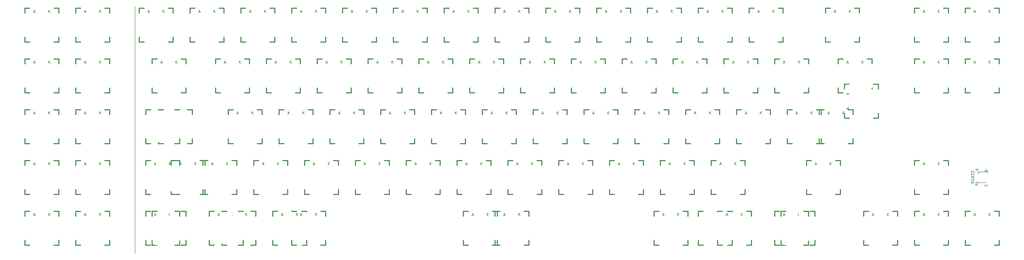
<source format=gto>
G04 #@! TF.FileFunction,Legend,Top*
%FSLAX46Y46*%
G04 Gerber Fmt 4.6, Leading zero omitted, Abs format (unit mm)*
G04 Created by KiCad (PCBNEW 4.0.3-stable) date Sunday, November 27, 2016 'PMt' 05:54:45 PM*
%MOMM*%
%LPD*%
G01*
G04 APERTURE LIST*
%ADD10C,0.150000*%
%ADD11C,0.200000*%
%ADD12C,0.381000*%
%ADD13C,4.067810*%
%ADD14C,1.781810*%
%ADD15C,2.580000*%
%ADD16R,2.080000X2.080000*%
%ADD17C,2.080000*%
%ADD18C,6.380000*%
%ADD19C,0.979160*%
%ADD20R,1.680000X1.080000*%
%ADD21C,0.689600*%
%ADD22R,1.807200X1.807200*%
%ADD23O,1.807200X1.807200*%
%ADD24R,2.112000X1.807200*%
%ADD25O,2.112000X1.807200*%
G04 APERTURE END LIST*
D10*
D11*
X73025000Y-21590000D02*
X73025000Y-114300000D01*
D12*
X89693750Y-73025000D02*
X87915750Y-73025000D01*
X78771750Y-73025000D02*
X76993750Y-73025000D01*
X76993750Y-73025000D02*
X76993750Y-71247000D01*
X76993750Y-62103000D02*
X76993750Y-60325000D01*
X76993750Y-60325000D02*
X78771750Y-60325000D01*
X87915750Y-60325000D02*
X89693750Y-60325000D01*
X89693750Y-60325000D02*
X89693750Y-62103000D01*
X89693750Y-71247000D02*
X89693750Y-73025000D01*
X44450000Y-34925000D02*
X42672000Y-34925000D01*
X33528000Y-34925000D02*
X31750000Y-34925000D01*
X31750000Y-34925000D02*
X31750000Y-33147000D01*
X31750000Y-24003000D02*
X31750000Y-22225000D01*
X31750000Y-22225000D02*
X33528000Y-22225000D01*
X42672000Y-22225000D02*
X44450000Y-22225000D01*
X44450000Y-22225000D02*
X44450000Y-24003000D01*
X44450000Y-33147000D02*
X44450000Y-34925000D01*
X63500000Y-34925000D02*
X61722000Y-34925000D01*
X52578000Y-34925000D02*
X50800000Y-34925000D01*
X50800000Y-34925000D02*
X50800000Y-33147000D01*
X50800000Y-24003000D02*
X50800000Y-22225000D01*
X50800000Y-22225000D02*
X52578000Y-22225000D01*
X61722000Y-22225000D02*
X63500000Y-22225000D01*
X63500000Y-22225000D02*
X63500000Y-24003000D01*
X63500000Y-33147000D02*
X63500000Y-34925000D01*
X87312500Y-34925000D02*
X85534500Y-34925000D01*
X76390500Y-34925000D02*
X74612500Y-34925000D01*
X74612500Y-34925000D02*
X74612500Y-33147000D01*
X74612500Y-24003000D02*
X74612500Y-22225000D01*
X74612500Y-22225000D02*
X76390500Y-22225000D01*
X85534500Y-22225000D02*
X87312500Y-22225000D01*
X87312500Y-22225000D02*
X87312500Y-24003000D01*
X87312500Y-33147000D02*
X87312500Y-34925000D01*
X106362500Y-34925000D02*
X104584500Y-34925000D01*
X95440500Y-34925000D02*
X93662500Y-34925000D01*
X93662500Y-34925000D02*
X93662500Y-33147000D01*
X93662500Y-24003000D02*
X93662500Y-22225000D01*
X93662500Y-22225000D02*
X95440500Y-22225000D01*
X104584500Y-22225000D02*
X106362500Y-22225000D01*
X106362500Y-22225000D02*
X106362500Y-24003000D01*
X106362500Y-33147000D02*
X106362500Y-34925000D01*
X125412500Y-34925000D02*
X123634500Y-34925000D01*
X114490500Y-34925000D02*
X112712500Y-34925000D01*
X112712500Y-34925000D02*
X112712500Y-33147000D01*
X112712500Y-24003000D02*
X112712500Y-22225000D01*
X112712500Y-22225000D02*
X114490500Y-22225000D01*
X123634500Y-22225000D02*
X125412500Y-22225000D01*
X125412500Y-22225000D02*
X125412500Y-24003000D01*
X125412500Y-33147000D02*
X125412500Y-34925000D01*
X144462500Y-34925000D02*
X142684500Y-34925000D01*
X133540500Y-34925000D02*
X131762500Y-34925000D01*
X131762500Y-34925000D02*
X131762500Y-33147000D01*
X131762500Y-24003000D02*
X131762500Y-22225000D01*
X131762500Y-22225000D02*
X133540500Y-22225000D01*
X142684500Y-22225000D02*
X144462500Y-22225000D01*
X144462500Y-22225000D02*
X144462500Y-24003000D01*
X144462500Y-33147000D02*
X144462500Y-34925000D01*
X163512500Y-34925000D02*
X161734500Y-34925000D01*
X152590500Y-34925000D02*
X150812500Y-34925000D01*
X150812500Y-34925000D02*
X150812500Y-33147000D01*
X150812500Y-24003000D02*
X150812500Y-22225000D01*
X150812500Y-22225000D02*
X152590500Y-22225000D01*
X161734500Y-22225000D02*
X163512500Y-22225000D01*
X163512500Y-22225000D02*
X163512500Y-24003000D01*
X163512500Y-33147000D02*
X163512500Y-34925000D01*
X182562500Y-34925000D02*
X180784500Y-34925000D01*
X171640500Y-34925000D02*
X169862500Y-34925000D01*
X169862500Y-34925000D02*
X169862500Y-33147000D01*
X169862500Y-24003000D02*
X169862500Y-22225000D01*
X169862500Y-22225000D02*
X171640500Y-22225000D01*
X180784500Y-22225000D02*
X182562500Y-22225000D01*
X182562500Y-22225000D02*
X182562500Y-24003000D01*
X182562500Y-33147000D02*
X182562500Y-34925000D01*
X201612500Y-34925000D02*
X199834500Y-34925000D01*
X190690500Y-34925000D02*
X188912500Y-34925000D01*
X188912500Y-34925000D02*
X188912500Y-33147000D01*
X188912500Y-24003000D02*
X188912500Y-22225000D01*
X188912500Y-22225000D02*
X190690500Y-22225000D01*
X199834500Y-22225000D02*
X201612500Y-22225000D01*
X201612500Y-22225000D02*
X201612500Y-24003000D01*
X201612500Y-33147000D02*
X201612500Y-34925000D01*
X220662500Y-34925000D02*
X218884500Y-34925000D01*
X209740500Y-34925000D02*
X207962500Y-34925000D01*
X207962500Y-34925000D02*
X207962500Y-33147000D01*
X207962500Y-24003000D02*
X207962500Y-22225000D01*
X207962500Y-22225000D02*
X209740500Y-22225000D01*
X218884500Y-22225000D02*
X220662500Y-22225000D01*
X220662500Y-22225000D02*
X220662500Y-24003000D01*
X220662500Y-33147000D02*
X220662500Y-34925000D01*
X239712500Y-34925000D02*
X237934500Y-34925000D01*
X228790500Y-34925000D02*
X227012500Y-34925000D01*
X227012500Y-34925000D02*
X227012500Y-33147000D01*
X227012500Y-24003000D02*
X227012500Y-22225000D01*
X227012500Y-22225000D02*
X228790500Y-22225000D01*
X237934500Y-22225000D02*
X239712500Y-22225000D01*
X239712500Y-22225000D02*
X239712500Y-24003000D01*
X239712500Y-33147000D02*
X239712500Y-34925000D01*
X258762500Y-34925000D02*
X256984500Y-34925000D01*
X247840500Y-34925000D02*
X246062500Y-34925000D01*
X246062500Y-34925000D02*
X246062500Y-33147000D01*
X246062500Y-24003000D02*
X246062500Y-22225000D01*
X246062500Y-22225000D02*
X247840500Y-22225000D01*
X256984500Y-22225000D02*
X258762500Y-22225000D01*
X258762500Y-22225000D02*
X258762500Y-24003000D01*
X258762500Y-33147000D02*
X258762500Y-34925000D01*
X277812500Y-34925000D02*
X276034500Y-34925000D01*
X266890500Y-34925000D02*
X265112500Y-34925000D01*
X265112500Y-34925000D02*
X265112500Y-33147000D01*
X265112500Y-24003000D02*
X265112500Y-22225000D01*
X265112500Y-22225000D02*
X266890500Y-22225000D01*
X276034500Y-22225000D02*
X277812500Y-22225000D01*
X277812500Y-22225000D02*
X277812500Y-24003000D01*
X277812500Y-33147000D02*
X277812500Y-34925000D01*
X296862500Y-34925000D02*
X295084500Y-34925000D01*
X285940500Y-34925000D02*
X284162500Y-34925000D01*
X284162500Y-34925000D02*
X284162500Y-33147000D01*
X284162500Y-24003000D02*
X284162500Y-22225000D01*
X284162500Y-22225000D02*
X285940500Y-22225000D01*
X295084500Y-22225000D02*
X296862500Y-22225000D01*
X296862500Y-22225000D02*
X296862500Y-24003000D01*
X296862500Y-33147000D02*
X296862500Y-34925000D01*
X315912500Y-34925000D02*
X314134500Y-34925000D01*
X304990500Y-34925000D02*
X303212500Y-34925000D01*
X303212500Y-34925000D02*
X303212500Y-33147000D01*
X303212500Y-24003000D02*
X303212500Y-22225000D01*
X303212500Y-22225000D02*
X304990500Y-22225000D01*
X314134500Y-22225000D02*
X315912500Y-22225000D01*
X315912500Y-22225000D02*
X315912500Y-24003000D01*
X315912500Y-33147000D02*
X315912500Y-34925000D01*
X344487500Y-34925000D02*
X342709500Y-34925000D01*
X333565500Y-34925000D02*
X331787500Y-34925000D01*
X331787500Y-34925000D02*
X331787500Y-33147000D01*
X331787500Y-24003000D02*
X331787500Y-22225000D01*
X331787500Y-22225000D02*
X333565500Y-22225000D01*
X342709500Y-22225000D02*
X344487500Y-22225000D01*
X344487500Y-22225000D02*
X344487500Y-24003000D01*
X344487500Y-33147000D02*
X344487500Y-34925000D01*
X377825000Y-34925000D02*
X376047000Y-34925000D01*
X366903000Y-34925000D02*
X365125000Y-34925000D01*
X365125000Y-34925000D02*
X365125000Y-33147000D01*
X365125000Y-24003000D02*
X365125000Y-22225000D01*
X365125000Y-22225000D02*
X366903000Y-22225000D01*
X376047000Y-22225000D02*
X377825000Y-22225000D01*
X377825000Y-22225000D02*
X377825000Y-24003000D01*
X377825000Y-33147000D02*
X377825000Y-34925000D01*
X396875000Y-34925000D02*
X395097000Y-34925000D01*
X385953000Y-34925000D02*
X384175000Y-34925000D01*
X384175000Y-34925000D02*
X384175000Y-33147000D01*
X384175000Y-24003000D02*
X384175000Y-22225000D01*
X384175000Y-22225000D02*
X385953000Y-22225000D01*
X395097000Y-22225000D02*
X396875000Y-22225000D01*
X396875000Y-22225000D02*
X396875000Y-24003000D01*
X396875000Y-33147000D02*
X396875000Y-34925000D01*
X44450000Y-53975000D02*
X42672000Y-53975000D01*
X33528000Y-53975000D02*
X31750000Y-53975000D01*
X31750000Y-53975000D02*
X31750000Y-52197000D01*
X31750000Y-43053000D02*
X31750000Y-41275000D01*
X31750000Y-41275000D02*
X33528000Y-41275000D01*
X42672000Y-41275000D02*
X44450000Y-41275000D01*
X44450000Y-41275000D02*
X44450000Y-43053000D01*
X44450000Y-52197000D02*
X44450000Y-53975000D01*
X63500000Y-53975000D02*
X61722000Y-53975000D01*
X52578000Y-53975000D02*
X50800000Y-53975000D01*
X50800000Y-53975000D02*
X50800000Y-52197000D01*
X50800000Y-43053000D02*
X50800000Y-41275000D01*
X50800000Y-41275000D02*
X52578000Y-41275000D01*
X61722000Y-41275000D02*
X63500000Y-41275000D01*
X63500000Y-41275000D02*
X63500000Y-43053000D01*
X63500000Y-52197000D02*
X63500000Y-53975000D01*
X92075000Y-53975000D02*
X90297000Y-53975000D01*
X81153000Y-53975000D02*
X79375000Y-53975000D01*
X79375000Y-53975000D02*
X79375000Y-52197000D01*
X79375000Y-43053000D02*
X79375000Y-41275000D01*
X79375000Y-41275000D02*
X81153000Y-41275000D01*
X90297000Y-41275000D02*
X92075000Y-41275000D01*
X92075000Y-41275000D02*
X92075000Y-43053000D01*
X92075000Y-52197000D02*
X92075000Y-53975000D01*
X115887500Y-53975000D02*
X114109500Y-53975000D01*
X104965500Y-53975000D02*
X103187500Y-53975000D01*
X103187500Y-53975000D02*
X103187500Y-52197000D01*
X103187500Y-43053000D02*
X103187500Y-41275000D01*
X103187500Y-41275000D02*
X104965500Y-41275000D01*
X114109500Y-41275000D02*
X115887500Y-41275000D01*
X115887500Y-41275000D02*
X115887500Y-43053000D01*
X115887500Y-52197000D02*
X115887500Y-53975000D01*
X134937500Y-53975000D02*
X133159500Y-53975000D01*
X124015500Y-53975000D02*
X122237500Y-53975000D01*
X122237500Y-53975000D02*
X122237500Y-52197000D01*
X122237500Y-43053000D02*
X122237500Y-41275000D01*
X122237500Y-41275000D02*
X124015500Y-41275000D01*
X133159500Y-41275000D02*
X134937500Y-41275000D01*
X134937500Y-41275000D02*
X134937500Y-43053000D01*
X134937500Y-52197000D02*
X134937500Y-53975000D01*
X153987500Y-53975000D02*
X152209500Y-53975000D01*
X143065500Y-53975000D02*
X141287500Y-53975000D01*
X141287500Y-53975000D02*
X141287500Y-52197000D01*
X141287500Y-43053000D02*
X141287500Y-41275000D01*
X141287500Y-41275000D02*
X143065500Y-41275000D01*
X152209500Y-41275000D02*
X153987500Y-41275000D01*
X153987500Y-41275000D02*
X153987500Y-43053000D01*
X153987500Y-52197000D02*
X153987500Y-53975000D01*
X173037500Y-53975000D02*
X171259500Y-53975000D01*
X162115500Y-53975000D02*
X160337500Y-53975000D01*
X160337500Y-53975000D02*
X160337500Y-52197000D01*
X160337500Y-43053000D02*
X160337500Y-41275000D01*
X160337500Y-41275000D02*
X162115500Y-41275000D01*
X171259500Y-41275000D02*
X173037500Y-41275000D01*
X173037500Y-41275000D02*
X173037500Y-43053000D01*
X173037500Y-52197000D02*
X173037500Y-53975000D01*
X192087500Y-53975000D02*
X190309500Y-53975000D01*
X181165500Y-53975000D02*
X179387500Y-53975000D01*
X179387500Y-53975000D02*
X179387500Y-52197000D01*
X179387500Y-43053000D02*
X179387500Y-41275000D01*
X179387500Y-41275000D02*
X181165500Y-41275000D01*
X190309500Y-41275000D02*
X192087500Y-41275000D01*
X192087500Y-41275000D02*
X192087500Y-43053000D01*
X192087500Y-52197000D02*
X192087500Y-53975000D01*
X211137500Y-53975000D02*
X209359500Y-53975000D01*
X200215500Y-53975000D02*
X198437500Y-53975000D01*
X198437500Y-53975000D02*
X198437500Y-52197000D01*
X198437500Y-43053000D02*
X198437500Y-41275000D01*
X198437500Y-41275000D02*
X200215500Y-41275000D01*
X209359500Y-41275000D02*
X211137500Y-41275000D01*
X211137500Y-41275000D02*
X211137500Y-43053000D01*
X211137500Y-52197000D02*
X211137500Y-53975000D01*
X230187500Y-53975000D02*
X228409500Y-53975000D01*
X219265500Y-53975000D02*
X217487500Y-53975000D01*
X217487500Y-53975000D02*
X217487500Y-52197000D01*
X217487500Y-43053000D02*
X217487500Y-41275000D01*
X217487500Y-41275000D02*
X219265500Y-41275000D01*
X228409500Y-41275000D02*
X230187500Y-41275000D01*
X230187500Y-41275000D02*
X230187500Y-43053000D01*
X230187500Y-52197000D02*
X230187500Y-53975000D01*
X249237500Y-53975000D02*
X247459500Y-53975000D01*
X238315500Y-53975000D02*
X236537500Y-53975000D01*
X236537500Y-53975000D02*
X236537500Y-52197000D01*
X236537500Y-43053000D02*
X236537500Y-41275000D01*
X236537500Y-41275000D02*
X238315500Y-41275000D01*
X247459500Y-41275000D02*
X249237500Y-41275000D01*
X249237500Y-41275000D02*
X249237500Y-43053000D01*
X249237500Y-52197000D02*
X249237500Y-53975000D01*
X268287500Y-53975000D02*
X266509500Y-53975000D01*
X257365500Y-53975000D02*
X255587500Y-53975000D01*
X255587500Y-53975000D02*
X255587500Y-52197000D01*
X255587500Y-43053000D02*
X255587500Y-41275000D01*
X255587500Y-41275000D02*
X257365500Y-41275000D01*
X266509500Y-41275000D02*
X268287500Y-41275000D01*
X268287500Y-41275000D02*
X268287500Y-43053000D01*
X268287500Y-52197000D02*
X268287500Y-53975000D01*
X287337500Y-53975000D02*
X285559500Y-53975000D01*
X276415500Y-53975000D02*
X274637500Y-53975000D01*
X274637500Y-53975000D02*
X274637500Y-52197000D01*
X274637500Y-43053000D02*
X274637500Y-41275000D01*
X274637500Y-41275000D02*
X276415500Y-41275000D01*
X285559500Y-41275000D02*
X287337500Y-41275000D01*
X287337500Y-41275000D02*
X287337500Y-43053000D01*
X287337500Y-52197000D02*
X287337500Y-53975000D01*
X306387500Y-53975000D02*
X304609500Y-53975000D01*
X295465500Y-53975000D02*
X293687500Y-53975000D01*
X293687500Y-53975000D02*
X293687500Y-52197000D01*
X293687500Y-43053000D02*
X293687500Y-41275000D01*
X293687500Y-41275000D02*
X295465500Y-41275000D01*
X304609500Y-41275000D02*
X306387500Y-41275000D01*
X306387500Y-41275000D02*
X306387500Y-43053000D01*
X306387500Y-52197000D02*
X306387500Y-53975000D01*
X325437500Y-53975000D02*
X323659500Y-53975000D01*
X314515500Y-53975000D02*
X312737500Y-53975000D01*
X312737500Y-53975000D02*
X312737500Y-52197000D01*
X312737500Y-43053000D02*
X312737500Y-41275000D01*
X312737500Y-41275000D02*
X314515500Y-41275000D01*
X323659500Y-41275000D02*
X325437500Y-41275000D01*
X325437500Y-41275000D02*
X325437500Y-43053000D01*
X325437500Y-52197000D02*
X325437500Y-53975000D01*
X349250000Y-53975000D02*
X347472000Y-53975000D01*
X338328000Y-53975000D02*
X336550000Y-53975000D01*
X336550000Y-53975000D02*
X336550000Y-52197000D01*
X336550000Y-43053000D02*
X336550000Y-41275000D01*
X336550000Y-41275000D02*
X338328000Y-41275000D01*
X347472000Y-41275000D02*
X349250000Y-41275000D01*
X349250000Y-41275000D02*
X349250000Y-43053000D01*
X349250000Y-52197000D02*
X349250000Y-53975000D01*
X351631250Y-50800000D02*
X351631250Y-52578000D01*
X351631250Y-61722000D02*
X351631250Y-63500000D01*
X351631250Y-63500000D02*
X349853250Y-63500000D01*
X340709250Y-63500000D02*
X338931250Y-63500000D01*
X338931250Y-63500000D02*
X338931250Y-61722000D01*
X338931250Y-52578000D02*
X338931250Y-50800000D01*
X338931250Y-50800000D02*
X340709250Y-50800000D01*
X349853250Y-50800000D02*
X351631250Y-50800000D01*
X377825000Y-53975000D02*
X376047000Y-53975000D01*
X366903000Y-53975000D02*
X365125000Y-53975000D01*
X365125000Y-53975000D02*
X365125000Y-52197000D01*
X365125000Y-43053000D02*
X365125000Y-41275000D01*
X365125000Y-41275000D02*
X366903000Y-41275000D01*
X376047000Y-41275000D02*
X377825000Y-41275000D01*
X377825000Y-41275000D02*
X377825000Y-43053000D01*
X377825000Y-52197000D02*
X377825000Y-53975000D01*
X396875000Y-53975000D02*
X395097000Y-53975000D01*
X385953000Y-53975000D02*
X384175000Y-53975000D01*
X384175000Y-53975000D02*
X384175000Y-52197000D01*
X384175000Y-43053000D02*
X384175000Y-41275000D01*
X384175000Y-41275000D02*
X385953000Y-41275000D01*
X395097000Y-41275000D02*
X396875000Y-41275000D01*
X396875000Y-41275000D02*
X396875000Y-43053000D01*
X396875000Y-52197000D02*
X396875000Y-53975000D01*
X44450000Y-73025000D02*
X42672000Y-73025000D01*
X33528000Y-73025000D02*
X31750000Y-73025000D01*
X31750000Y-73025000D02*
X31750000Y-71247000D01*
X31750000Y-62103000D02*
X31750000Y-60325000D01*
X31750000Y-60325000D02*
X33528000Y-60325000D01*
X42672000Y-60325000D02*
X44450000Y-60325000D01*
X44450000Y-60325000D02*
X44450000Y-62103000D01*
X44450000Y-71247000D02*
X44450000Y-73025000D01*
X63500000Y-73025000D02*
X61722000Y-73025000D01*
X52578000Y-73025000D02*
X50800000Y-73025000D01*
X50800000Y-73025000D02*
X50800000Y-71247000D01*
X50800000Y-62103000D02*
X50800000Y-60325000D01*
X50800000Y-60325000D02*
X52578000Y-60325000D01*
X61722000Y-60325000D02*
X63500000Y-60325000D01*
X63500000Y-60325000D02*
X63500000Y-62103000D01*
X63500000Y-71247000D02*
X63500000Y-73025000D01*
X94456250Y-73025000D02*
X92678250Y-73025000D01*
X83534250Y-73025000D02*
X81756250Y-73025000D01*
X81756250Y-73025000D02*
X81756250Y-71247000D01*
X81756250Y-62103000D02*
X81756250Y-60325000D01*
X81756250Y-60325000D02*
X83534250Y-60325000D01*
X92678250Y-60325000D02*
X94456250Y-60325000D01*
X94456250Y-60325000D02*
X94456250Y-62103000D01*
X94456250Y-71247000D02*
X94456250Y-73025000D01*
X120650000Y-73025000D02*
X118872000Y-73025000D01*
X109728000Y-73025000D02*
X107950000Y-73025000D01*
X107950000Y-73025000D02*
X107950000Y-71247000D01*
X107950000Y-62103000D02*
X107950000Y-60325000D01*
X107950000Y-60325000D02*
X109728000Y-60325000D01*
X118872000Y-60325000D02*
X120650000Y-60325000D01*
X120650000Y-60325000D02*
X120650000Y-62103000D01*
X120650000Y-71247000D02*
X120650000Y-73025000D01*
X139700000Y-73025000D02*
X137922000Y-73025000D01*
X128778000Y-73025000D02*
X127000000Y-73025000D01*
X127000000Y-73025000D02*
X127000000Y-71247000D01*
X127000000Y-62103000D02*
X127000000Y-60325000D01*
X127000000Y-60325000D02*
X128778000Y-60325000D01*
X137922000Y-60325000D02*
X139700000Y-60325000D01*
X139700000Y-60325000D02*
X139700000Y-62103000D01*
X139700000Y-71247000D02*
X139700000Y-73025000D01*
X158750000Y-73025000D02*
X156972000Y-73025000D01*
X147828000Y-73025000D02*
X146050000Y-73025000D01*
X146050000Y-73025000D02*
X146050000Y-71247000D01*
X146050000Y-62103000D02*
X146050000Y-60325000D01*
X146050000Y-60325000D02*
X147828000Y-60325000D01*
X156972000Y-60325000D02*
X158750000Y-60325000D01*
X158750000Y-60325000D02*
X158750000Y-62103000D01*
X158750000Y-71247000D02*
X158750000Y-73025000D01*
X177800000Y-73025000D02*
X176022000Y-73025000D01*
X166878000Y-73025000D02*
X165100000Y-73025000D01*
X165100000Y-73025000D02*
X165100000Y-71247000D01*
X165100000Y-62103000D02*
X165100000Y-60325000D01*
X165100000Y-60325000D02*
X166878000Y-60325000D01*
X176022000Y-60325000D02*
X177800000Y-60325000D01*
X177800000Y-60325000D02*
X177800000Y-62103000D01*
X177800000Y-71247000D02*
X177800000Y-73025000D01*
X196850000Y-73025000D02*
X195072000Y-73025000D01*
X185928000Y-73025000D02*
X184150000Y-73025000D01*
X184150000Y-73025000D02*
X184150000Y-71247000D01*
X184150000Y-62103000D02*
X184150000Y-60325000D01*
X184150000Y-60325000D02*
X185928000Y-60325000D01*
X195072000Y-60325000D02*
X196850000Y-60325000D01*
X196850000Y-60325000D02*
X196850000Y-62103000D01*
X196850000Y-71247000D02*
X196850000Y-73025000D01*
X215900000Y-73025000D02*
X214122000Y-73025000D01*
X204978000Y-73025000D02*
X203200000Y-73025000D01*
X203200000Y-73025000D02*
X203200000Y-71247000D01*
X203200000Y-62103000D02*
X203200000Y-60325000D01*
X203200000Y-60325000D02*
X204978000Y-60325000D01*
X214122000Y-60325000D02*
X215900000Y-60325000D01*
X215900000Y-60325000D02*
X215900000Y-62103000D01*
X215900000Y-71247000D02*
X215900000Y-73025000D01*
X234950000Y-73025000D02*
X233172000Y-73025000D01*
X224028000Y-73025000D02*
X222250000Y-73025000D01*
X222250000Y-73025000D02*
X222250000Y-71247000D01*
X222250000Y-62103000D02*
X222250000Y-60325000D01*
X222250000Y-60325000D02*
X224028000Y-60325000D01*
X233172000Y-60325000D02*
X234950000Y-60325000D01*
X234950000Y-60325000D02*
X234950000Y-62103000D01*
X234950000Y-71247000D02*
X234950000Y-73025000D01*
X254000000Y-73025000D02*
X252222000Y-73025000D01*
X243078000Y-73025000D02*
X241300000Y-73025000D01*
X241300000Y-73025000D02*
X241300000Y-71247000D01*
X241300000Y-62103000D02*
X241300000Y-60325000D01*
X241300000Y-60325000D02*
X243078000Y-60325000D01*
X252222000Y-60325000D02*
X254000000Y-60325000D01*
X254000000Y-60325000D02*
X254000000Y-62103000D01*
X254000000Y-71247000D02*
X254000000Y-73025000D01*
X273050000Y-73025000D02*
X271272000Y-73025000D01*
X262128000Y-73025000D02*
X260350000Y-73025000D01*
X260350000Y-73025000D02*
X260350000Y-71247000D01*
X260350000Y-62103000D02*
X260350000Y-60325000D01*
X260350000Y-60325000D02*
X262128000Y-60325000D01*
X271272000Y-60325000D02*
X273050000Y-60325000D01*
X273050000Y-60325000D02*
X273050000Y-62103000D01*
X273050000Y-71247000D02*
X273050000Y-73025000D01*
X292100000Y-73025000D02*
X290322000Y-73025000D01*
X281178000Y-73025000D02*
X279400000Y-73025000D01*
X279400000Y-73025000D02*
X279400000Y-71247000D01*
X279400000Y-62103000D02*
X279400000Y-60325000D01*
X279400000Y-60325000D02*
X281178000Y-60325000D01*
X290322000Y-60325000D02*
X292100000Y-60325000D01*
X292100000Y-60325000D02*
X292100000Y-62103000D01*
X292100000Y-71247000D02*
X292100000Y-73025000D01*
X311150000Y-73025000D02*
X309372000Y-73025000D01*
X300228000Y-73025000D02*
X298450000Y-73025000D01*
X298450000Y-73025000D02*
X298450000Y-71247000D01*
X298450000Y-62103000D02*
X298450000Y-60325000D01*
X298450000Y-60325000D02*
X300228000Y-60325000D01*
X309372000Y-60325000D02*
X311150000Y-60325000D01*
X311150000Y-60325000D02*
X311150000Y-62103000D01*
X311150000Y-71247000D02*
X311150000Y-73025000D01*
X342106250Y-73025000D02*
X340328250Y-73025000D01*
X331184250Y-73025000D02*
X329406250Y-73025000D01*
X329406250Y-73025000D02*
X329406250Y-71247000D01*
X329406250Y-62103000D02*
X329406250Y-60325000D01*
X329406250Y-60325000D02*
X331184250Y-60325000D01*
X340328250Y-60325000D02*
X342106250Y-60325000D01*
X342106250Y-60325000D02*
X342106250Y-62103000D01*
X342106250Y-71247000D02*
X342106250Y-73025000D01*
X330200000Y-73025000D02*
X328422000Y-73025000D01*
X319278000Y-73025000D02*
X317500000Y-73025000D01*
X317500000Y-73025000D02*
X317500000Y-71247000D01*
X317500000Y-62103000D02*
X317500000Y-60325000D01*
X317500000Y-60325000D02*
X319278000Y-60325000D01*
X328422000Y-60325000D02*
X330200000Y-60325000D01*
X330200000Y-60325000D02*
X330200000Y-62103000D01*
X330200000Y-71247000D02*
X330200000Y-73025000D01*
X44450000Y-92075000D02*
X42672000Y-92075000D01*
X33528000Y-92075000D02*
X31750000Y-92075000D01*
X31750000Y-92075000D02*
X31750000Y-90297000D01*
X31750000Y-81153000D02*
X31750000Y-79375000D01*
X31750000Y-79375000D02*
X33528000Y-79375000D01*
X42672000Y-79375000D02*
X44450000Y-79375000D01*
X44450000Y-79375000D02*
X44450000Y-81153000D01*
X44450000Y-90297000D02*
X44450000Y-92075000D01*
X63500000Y-92075000D02*
X61722000Y-92075000D01*
X52578000Y-92075000D02*
X50800000Y-92075000D01*
X50800000Y-92075000D02*
X50800000Y-90297000D01*
X50800000Y-81153000D02*
X50800000Y-79375000D01*
X50800000Y-79375000D02*
X52578000Y-79375000D01*
X61722000Y-79375000D02*
X63500000Y-79375000D01*
X63500000Y-79375000D02*
X63500000Y-81153000D01*
X63500000Y-90297000D02*
X63500000Y-92075000D01*
X99218750Y-92075000D02*
X97440750Y-92075000D01*
X88296750Y-92075000D02*
X86518750Y-92075000D01*
X86518750Y-92075000D02*
X86518750Y-90297000D01*
X86518750Y-81153000D02*
X86518750Y-79375000D01*
X86518750Y-79375000D02*
X88296750Y-79375000D01*
X97440750Y-79375000D02*
X99218750Y-79375000D01*
X99218750Y-79375000D02*
X99218750Y-81153000D01*
X99218750Y-90297000D02*
X99218750Y-92075000D01*
X89693750Y-92075000D02*
X87915750Y-92075000D01*
X78771750Y-92075000D02*
X76993750Y-92075000D01*
X76993750Y-92075000D02*
X76993750Y-90297000D01*
X76993750Y-81153000D02*
X76993750Y-79375000D01*
X76993750Y-79375000D02*
X78771750Y-79375000D01*
X87915750Y-79375000D02*
X89693750Y-79375000D01*
X89693750Y-79375000D02*
X89693750Y-81153000D01*
X89693750Y-90297000D02*
X89693750Y-92075000D01*
X111125000Y-92075000D02*
X109347000Y-92075000D01*
X100203000Y-92075000D02*
X98425000Y-92075000D01*
X98425000Y-92075000D02*
X98425000Y-90297000D01*
X98425000Y-81153000D02*
X98425000Y-79375000D01*
X98425000Y-79375000D02*
X100203000Y-79375000D01*
X109347000Y-79375000D02*
X111125000Y-79375000D01*
X111125000Y-79375000D02*
X111125000Y-81153000D01*
X111125000Y-90297000D02*
X111125000Y-92075000D01*
X130175000Y-92075000D02*
X128397000Y-92075000D01*
X119253000Y-92075000D02*
X117475000Y-92075000D01*
X117475000Y-92075000D02*
X117475000Y-90297000D01*
X117475000Y-81153000D02*
X117475000Y-79375000D01*
X117475000Y-79375000D02*
X119253000Y-79375000D01*
X128397000Y-79375000D02*
X130175000Y-79375000D01*
X130175000Y-79375000D02*
X130175000Y-81153000D01*
X130175000Y-90297000D02*
X130175000Y-92075000D01*
X149225000Y-92075000D02*
X147447000Y-92075000D01*
X138303000Y-92075000D02*
X136525000Y-92075000D01*
X136525000Y-92075000D02*
X136525000Y-90297000D01*
X136525000Y-81153000D02*
X136525000Y-79375000D01*
X136525000Y-79375000D02*
X138303000Y-79375000D01*
X147447000Y-79375000D02*
X149225000Y-79375000D01*
X149225000Y-79375000D02*
X149225000Y-81153000D01*
X149225000Y-90297000D02*
X149225000Y-92075000D01*
X168275000Y-92075000D02*
X166497000Y-92075000D01*
X157353000Y-92075000D02*
X155575000Y-92075000D01*
X155575000Y-92075000D02*
X155575000Y-90297000D01*
X155575000Y-81153000D02*
X155575000Y-79375000D01*
X155575000Y-79375000D02*
X157353000Y-79375000D01*
X166497000Y-79375000D02*
X168275000Y-79375000D01*
X168275000Y-79375000D02*
X168275000Y-81153000D01*
X168275000Y-90297000D02*
X168275000Y-92075000D01*
X187325000Y-92075000D02*
X185547000Y-92075000D01*
X176403000Y-92075000D02*
X174625000Y-92075000D01*
X174625000Y-92075000D02*
X174625000Y-90297000D01*
X174625000Y-81153000D02*
X174625000Y-79375000D01*
X174625000Y-79375000D02*
X176403000Y-79375000D01*
X185547000Y-79375000D02*
X187325000Y-79375000D01*
X187325000Y-79375000D02*
X187325000Y-81153000D01*
X187325000Y-90297000D02*
X187325000Y-92075000D01*
X206375000Y-92075000D02*
X204597000Y-92075000D01*
X195453000Y-92075000D02*
X193675000Y-92075000D01*
X193675000Y-92075000D02*
X193675000Y-90297000D01*
X193675000Y-81153000D02*
X193675000Y-79375000D01*
X193675000Y-79375000D02*
X195453000Y-79375000D01*
X204597000Y-79375000D02*
X206375000Y-79375000D01*
X206375000Y-79375000D02*
X206375000Y-81153000D01*
X206375000Y-90297000D02*
X206375000Y-92075000D01*
X225425000Y-92075000D02*
X223647000Y-92075000D01*
X214503000Y-92075000D02*
X212725000Y-92075000D01*
X212725000Y-92075000D02*
X212725000Y-90297000D01*
X212725000Y-81153000D02*
X212725000Y-79375000D01*
X212725000Y-79375000D02*
X214503000Y-79375000D01*
X223647000Y-79375000D02*
X225425000Y-79375000D01*
X225425000Y-79375000D02*
X225425000Y-81153000D01*
X225425000Y-90297000D02*
X225425000Y-92075000D01*
X244475000Y-92075000D02*
X242697000Y-92075000D01*
X233553000Y-92075000D02*
X231775000Y-92075000D01*
X231775000Y-92075000D02*
X231775000Y-90297000D01*
X231775000Y-81153000D02*
X231775000Y-79375000D01*
X231775000Y-79375000D02*
X233553000Y-79375000D01*
X242697000Y-79375000D02*
X244475000Y-79375000D01*
X244475000Y-79375000D02*
X244475000Y-81153000D01*
X244475000Y-90297000D02*
X244475000Y-92075000D01*
X263525000Y-92075000D02*
X261747000Y-92075000D01*
X252603000Y-92075000D02*
X250825000Y-92075000D01*
X250825000Y-92075000D02*
X250825000Y-90297000D01*
X250825000Y-81153000D02*
X250825000Y-79375000D01*
X250825000Y-79375000D02*
X252603000Y-79375000D01*
X261747000Y-79375000D02*
X263525000Y-79375000D01*
X263525000Y-79375000D02*
X263525000Y-81153000D01*
X263525000Y-90297000D02*
X263525000Y-92075000D01*
X282575000Y-92075000D02*
X280797000Y-92075000D01*
X271653000Y-92075000D02*
X269875000Y-92075000D01*
X269875000Y-92075000D02*
X269875000Y-90297000D01*
X269875000Y-81153000D02*
X269875000Y-79375000D01*
X269875000Y-79375000D02*
X271653000Y-79375000D01*
X280797000Y-79375000D02*
X282575000Y-79375000D01*
X282575000Y-79375000D02*
X282575000Y-81153000D01*
X282575000Y-90297000D02*
X282575000Y-92075000D01*
X301625000Y-92075000D02*
X299847000Y-92075000D01*
X290703000Y-92075000D02*
X288925000Y-92075000D01*
X288925000Y-92075000D02*
X288925000Y-90297000D01*
X288925000Y-81153000D02*
X288925000Y-79375000D01*
X288925000Y-79375000D02*
X290703000Y-79375000D01*
X299847000Y-79375000D02*
X301625000Y-79375000D01*
X301625000Y-79375000D02*
X301625000Y-81153000D01*
X301625000Y-90297000D02*
X301625000Y-92075000D01*
X337343750Y-92075000D02*
X335565750Y-92075000D01*
X326421750Y-92075000D02*
X324643750Y-92075000D01*
X324643750Y-92075000D02*
X324643750Y-90297000D01*
X324643750Y-81153000D02*
X324643750Y-79375000D01*
X324643750Y-79375000D02*
X326421750Y-79375000D01*
X335565750Y-79375000D02*
X337343750Y-79375000D01*
X337343750Y-79375000D02*
X337343750Y-81153000D01*
X337343750Y-90297000D02*
X337343750Y-92075000D01*
X377825000Y-92075000D02*
X376047000Y-92075000D01*
X366903000Y-92075000D02*
X365125000Y-92075000D01*
X365125000Y-92075000D02*
X365125000Y-90297000D01*
X365125000Y-81153000D02*
X365125000Y-79375000D01*
X365125000Y-79375000D02*
X366903000Y-79375000D01*
X376047000Y-79375000D02*
X377825000Y-79375000D01*
X377825000Y-79375000D02*
X377825000Y-81153000D01*
X377825000Y-90297000D02*
X377825000Y-92075000D01*
X44450000Y-111125000D02*
X42672000Y-111125000D01*
X33528000Y-111125000D02*
X31750000Y-111125000D01*
X31750000Y-111125000D02*
X31750000Y-109347000D01*
X31750000Y-100203000D02*
X31750000Y-98425000D01*
X31750000Y-98425000D02*
X33528000Y-98425000D01*
X42672000Y-98425000D02*
X44450000Y-98425000D01*
X44450000Y-98425000D02*
X44450000Y-100203000D01*
X44450000Y-109347000D02*
X44450000Y-111125000D01*
X63500000Y-111125000D02*
X61722000Y-111125000D01*
X52578000Y-111125000D02*
X50800000Y-111125000D01*
X50800000Y-111125000D02*
X50800000Y-109347000D01*
X50800000Y-100203000D02*
X50800000Y-98425000D01*
X50800000Y-98425000D02*
X52578000Y-98425000D01*
X61722000Y-98425000D02*
X63500000Y-98425000D01*
X63500000Y-98425000D02*
X63500000Y-100203000D01*
X63500000Y-109347000D02*
X63500000Y-111125000D01*
X89693750Y-111125000D02*
X87915750Y-111125000D01*
X78771750Y-111125000D02*
X76993750Y-111125000D01*
X76993750Y-111125000D02*
X76993750Y-109347000D01*
X76993750Y-100203000D02*
X76993750Y-98425000D01*
X76993750Y-98425000D02*
X78771750Y-98425000D01*
X87915750Y-98425000D02*
X89693750Y-98425000D01*
X89693750Y-98425000D02*
X89693750Y-100203000D01*
X89693750Y-109347000D02*
X89693750Y-111125000D01*
X113506250Y-111125000D02*
X111728250Y-111125000D01*
X102584250Y-111125000D02*
X100806250Y-111125000D01*
X100806250Y-111125000D02*
X100806250Y-109347000D01*
X100806250Y-100203000D02*
X100806250Y-98425000D01*
X100806250Y-98425000D02*
X102584250Y-98425000D01*
X111728250Y-98425000D02*
X113506250Y-98425000D01*
X113506250Y-98425000D02*
X113506250Y-100203000D01*
X113506250Y-109347000D02*
X113506250Y-111125000D01*
X118268750Y-111125000D02*
X116490750Y-111125000D01*
X107346750Y-111125000D02*
X105568750Y-111125000D01*
X105568750Y-111125000D02*
X105568750Y-109347000D01*
X105568750Y-100203000D02*
X105568750Y-98425000D01*
X105568750Y-98425000D02*
X107346750Y-98425000D01*
X116490750Y-98425000D02*
X118268750Y-98425000D01*
X118268750Y-98425000D02*
X118268750Y-100203000D01*
X118268750Y-109347000D02*
X118268750Y-111125000D01*
X137318750Y-111125000D02*
X135540750Y-111125000D01*
X126396750Y-111125000D02*
X124618750Y-111125000D01*
X124618750Y-111125000D02*
X124618750Y-109347000D01*
X124618750Y-100203000D02*
X124618750Y-98425000D01*
X124618750Y-98425000D02*
X126396750Y-98425000D01*
X135540750Y-98425000D02*
X137318750Y-98425000D01*
X137318750Y-98425000D02*
X137318750Y-100203000D01*
X137318750Y-109347000D02*
X137318750Y-111125000D01*
X144462500Y-111125000D02*
X142684500Y-111125000D01*
X133540500Y-111125000D02*
X131762500Y-111125000D01*
X131762500Y-111125000D02*
X131762500Y-109347000D01*
X131762500Y-100203000D02*
X131762500Y-98425000D01*
X131762500Y-98425000D02*
X133540500Y-98425000D01*
X142684500Y-98425000D02*
X144462500Y-98425000D01*
X144462500Y-98425000D02*
X144462500Y-100203000D01*
X144462500Y-109347000D02*
X144462500Y-111125000D01*
X208756250Y-111125000D02*
X206978250Y-111125000D01*
X197834250Y-111125000D02*
X196056250Y-111125000D01*
X196056250Y-111125000D02*
X196056250Y-109347000D01*
X196056250Y-100203000D02*
X196056250Y-98425000D01*
X196056250Y-98425000D02*
X197834250Y-98425000D01*
X206978250Y-98425000D02*
X208756250Y-98425000D01*
X208756250Y-98425000D02*
X208756250Y-100203000D01*
X208756250Y-109347000D02*
X208756250Y-111125000D01*
X220662500Y-111125000D02*
X218884500Y-111125000D01*
X209740500Y-111125000D02*
X207962500Y-111125000D01*
X207962500Y-111125000D02*
X207962500Y-109347000D01*
X207962500Y-100203000D02*
X207962500Y-98425000D01*
X207962500Y-98425000D02*
X209740500Y-98425000D01*
X218884500Y-98425000D02*
X220662500Y-98425000D01*
X220662500Y-98425000D02*
X220662500Y-100203000D01*
X220662500Y-109347000D02*
X220662500Y-111125000D01*
X280193750Y-111125000D02*
X278415750Y-111125000D01*
X269271750Y-111125000D02*
X267493750Y-111125000D01*
X267493750Y-111125000D02*
X267493750Y-109347000D01*
X267493750Y-100203000D02*
X267493750Y-98425000D01*
X267493750Y-98425000D02*
X269271750Y-98425000D01*
X278415750Y-98425000D02*
X280193750Y-98425000D01*
X280193750Y-98425000D02*
X280193750Y-100203000D01*
X280193750Y-109347000D02*
X280193750Y-111125000D01*
X304006250Y-111125000D02*
X302228250Y-111125000D01*
X293084250Y-111125000D02*
X291306250Y-111125000D01*
X291306250Y-111125000D02*
X291306250Y-109347000D01*
X291306250Y-100203000D02*
X291306250Y-98425000D01*
X291306250Y-98425000D02*
X293084250Y-98425000D01*
X302228250Y-98425000D02*
X304006250Y-98425000D01*
X304006250Y-98425000D02*
X304006250Y-100203000D01*
X304006250Y-109347000D02*
X304006250Y-111125000D01*
X325437500Y-111125000D02*
X323659500Y-111125000D01*
X314515500Y-111125000D02*
X312737500Y-111125000D01*
X312737500Y-111125000D02*
X312737500Y-109347000D01*
X312737500Y-100203000D02*
X312737500Y-98425000D01*
X312737500Y-98425000D02*
X314515500Y-98425000D01*
X323659500Y-98425000D02*
X325437500Y-98425000D01*
X325437500Y-98425000D02*
X325437500Y-100203000D01*
X325437500Y-109347000D02*
X325437500Y-111125000D01*
X358775000Y-111125000D02*
X356997000Y-111125000D01*
X347853000Y-111125000D02*
X346075000Y-111125000D01*
X346075000Y-111125000D02*
X346075000Y-109347000D01*
X346075000Y-100203000D02*
X346075000Y-98425000D01*
X346075000Y-98425000D02*
X347853000Y-98425000D01*
X356997000Y-98425000D02*
X358775000Y-98425000D01*
X358775000Y-98425000D02*
X358775000Y-100203000D01*
X358775000Y-109347000D02*
X358775000Y-111125000D01*
X377825000Y-111125000D02*
X376047000Y-111125000D01*
X366903000Y-111125000D02*
X365125000Y-111125000D01*
X365125000Y-111125000D02*
X365125000Y-109347000D01*
X365125000Y-100203000D02*
X365125000Y-98425000D01*
X365125000Y-98425000D02*
X366903000Y-98425000D01*
X376047000Y-98425000D02*
X377825000Y-98425000D01*
X377825000Y-98425000D02*
X377825000Y-100203000D01*
X377825000Y-109347000D02*
X377825000Y-111125000D01*
X396875000Y-111125000D02*
X395097000Y-111125000D01*
X385953000Y-111125000D02*
X384175000Y-111125000D01*
X384175000Y-111125000D02*
X384175000Y-109347000D01*
X384175000Y-100203000D02*
X384175000Y-98425000D01*
X384175000Y-98425000D02*
X385953000Y-98425000D01*
X395097000Y-98425000D02*
X396875000Y-98425000D01*
X396875000Y-98425000D02*
X396875000Y-100203000D01*
X396875000Y-109347000D02*
X396875000Y-111125000D01*
X92075000Y-111125000D02*
X90297000Y-111125000D01*
X81153000Y-111125000D02*
X79375000Y-111125000D01*
X79375000Y-111125000D02*
X79375000Y-109347000D01*
X79375000Y-100203000D02*
X79375000Y-98425000D01*
X79375000Y-98425000D02*
X81153000Y-98425000D01*
X90297000Y-98425000D02*
X92075000Y-98425000D01*
X92075000Y-98425000D02*
X92075000Y-100203000D01*
X92075000Y-109347000D02*
X92075000Y-111125000D01*
X296862500Y-111125000D02*
X295084500Y-111125000D01*
X285940500Y-111125000D02*
X284162500Y-111125000D01*
X284162500Y-111125000D02*
X284162500Y-109347000D01*
X284162500Y-100203000D02*
X284162500Y-98425000D01*
X284162500Y-98425000D02*
X285940500Y-98425000D01*
X295084500Y-98425000D02*
X296862500Y-98425000D01*
X296862500Y-98425000D02*
X296862500Y-100203000D01*
X296862500Y-109347000D02*
X296862500Y-111125000D01*
X327818750Y-111125000D02*
X326040750Y-111125000D01*
X316896750Y-111125000D02*
X315118750Y-111125000D01*
X315118750Y-111125000D02*
X315118750Y-109347000D01*
X315118750Y-100203000D02*
X315118750Y-98425000D01*
X315118750Y-98425000D02*
X316896750Y-98425000D01*
X326040750Y-98425000D02*
X327818750Y-98425000D01*
X327818750Y-98425000D02*
X327818750Y-100203000D01*
X327818750Y-109347000D02*
X327818750Y-111125000D01*
D10*
X391525000Y-87725000D02*
X391925000Y-87725000D01*
X392525000Y-83725000D02*
X392525000Y-84225000D01*
X391525000Y-83725000D02*
X392525000Y-83725000D01*
X388525000Y-87725000D02*
X388525000Y-87125000D01*
X388525000Y-87725000D02*
X388925000Y-87725000D01*
X388925000Y-84325000D02*
X389525000Y-83725000D01*
X391525000Y-83725000D02*
X388925000Y-83725000D01*
X388925000Y-87725000D02*
X391525000Y-87725000D01*
X35067905Y-23661667D02*
X35544096Y-23661667D01*
X34972667Y-23947381D02*
X35306000Y-22947381D01*
X35639334Y-23947381D01*
X40632095Y-23947381D02*
X40632095Y-22947381D01*
X41203524Y-23947381D02*
X40774952Y-23375952D01*
X41203524Y-22947381D02*
X40632095Y-23518810D01*
X54117905Y-23661667D02*
X54594096Y-23661667D01*
X54022667Y-23947381D02*
X54356000Y-22947381D01*
X54689334Y-23947381D01*
X59682095Y-23947381D02*
X59682095Y-22947381D01*
X60253524Y-23947381D02*
X59824952Y-23375952D01*
X60253524Y-22947381D02*
X59682095Y-23518810D01*
X77930405Y-23661667D02*
X78406596Y-23661667D01*
X77835167Y-23947381D02*
X78168500Y-22947381D01*
X78501834Y-23947381D01*
X83494595Y-23947381D02*
X83494595Y-22947381D01*
X84066024Y-23947381D02*
X83637452Y-23375952D01*
X84066024Y-22947381D02*
X83494595Y-23518810D01*
X96980405Y-23661667D02*
X97456596Y-23661667D01*
X96885167Y-23947381D02*
X97218500Y-22947381D01*
X97551834Y-23947381D01*
X102544595Y-23947381D02*
X102544595Y-22947381D01*
X103116024Y-23947381D02*
X102687452Y-23375952D01*
X103116024Y-22947381D02*
X102544595Y-23518810D01*
X116030405Y-23661667D02*
X116506596Y-23661667D01*
X115935167Y-23947381D02*
X116268500Y-22947381D01*
X116601834Y-23947381D01*
X121594595Y-23947381D02*
X121594595Y-22947381D01*
X122166024Y-23947381D02*
X121737452Y-23375952D01*
X122166024Y-22947381D02*
X121594595Y-23518810D01*
X135080405Y-23661667D02*
X135556596Y-23661667D01*
X134985167Y-23947381D02*
X135318500Y-22947381D01*
X135651834Y-23947381D01*
X140644595Y-23947381D02*
X140644595Y-22947381D01*
X141216024Y-23947381D02*
X140787452Y-23375952D01*
X141216024Y-22947381D02*
X140644595Y-23518810D01*
X154130405Y-23661667D02*
X154606596Y-23661667D01*
X154035167Y-23947381D02*
X154368500Y-22947381D01*
X154701834Y-23947381D01*
X159694595Y-23947381D02*
X159694595Y-22947381D01*
X160266024Y-23947381D02*
X159837452Y-23375952D01*
X160266024Y-22947381D02*
X159694595Y-23518810D01*
X173180405Y-23661667D02*
X173656596Y-23661667D01*
X173085167Y-23947381D02*
X173418500Y-22947381D01*
X173751834Y-23947381D01*
X178744595Y-23947381D02*
X178744595Y-22947381D01*
X179316024Y-23947381D02*
X178887452Y-23375952D01*
X179316024Y-22947381D02*
X178744595Y-23518810D01*
X192230405Y-23661667D02*
X192706596Y-23661667D01*
X192135167Y-23947381D02*
X192468500Y-22947381D01*
X192801834Y-23947381D01*
X197794595Y-23947381D02*
X197794595Y-22947381D01*
X198366024Y-23947381D02*
X197937452Y-23375952D01*
X198366024Y-22947381D02*
X197794595Y-23518810D01*
X211280405Y-23661667D02*
X211756596Y-23661667D01*
X211185167Y-23947381D02*
X211518500Y-22947381D01*
X211851834Y-23947381D01*
X216844595Y-23947381D02*
X216844595Y-22947381D01*
X217416024Y-23947381D02*
X216987452Y-23375952D01*
X217416024Y-22947381D02*
X216844595Y-23518810D01*
X230330405Y-23661667D02*
X230806596Y-23661667D01*
X230235167Y-23947381D02*
X230568500Y-22947381D01*
X230901834Y-23947381D01*
X235894595Y-23947381D02*
X235894595Y-22947381D01*
X236466024Y-23947381D02*
X236037452Y-23375952D01*
X236466024Y-22947381D02*
X235894595Y-23518810D01*
X249380405Y-23661667D02*
X249856596Y-23661667D01*
X249285167Y-23947381D02*
X249618500Y-22947381D01*
X249951834Y-23947381D01*
X254944595Y-23947381D02*
X254944595Y-22947381D01*
X255516024Y-23947381D02*
X255087452Y-23375952D01*
X255516024Y-22947381D02*
X254944595Y-23518810D01*
X268430405Y-23661667D02*
X268906596Y-23661667D01*
X268335167Y-23947381D02*
X268668500Y-22947381D01*
X269001834Y-23947381D01*
X273994595Y-23947381D02*
X273994595Y-22947381D01*
X274566024Y-23947381D02*
X274137452Y-23375952D01*
X274566024Y-22947381D02*
X273994595Y-23518810D01*
X287480405Y-23661667D02*
X287956596Y-23661667D01*
X287385167Y-23947381D02*
X287718500Y-22947381D01*
X288051834Y-23947381D01*
X293044595Y-23947381D02*
X293044595Y-22947381D01*
X293616024Y-23947381D02*
X293187452Y-23375952D01*
X293616024Y-22947381D02*
X293044595Y-23518810D01*
X306530405Y-23661667D02*
X307006596Y-23661667D01*
X306435167Y-23947381D02*
X306768500Y-22947381D01*
X307101834Y-23947381D01*
X312094595Y-23947381D02*
X312094595Y-22947381D01*
X312666024Y-23947381D02*
X312237452Y-23375952D01*
X312666024Y-22947381D02*
X312094595Y-23518810D01*
X335105405Y-23661667D02*
X335581596Y-23661667D01*
X335010167Y-23947381D02*
X335343500Y-22947381D01*
X335676834Y-23947381D01*
X340669595Y-23947381D02*
X340669595Y-22947381D01*
X341241024Y-23947381D02*
X340812452Y-23375952D01*
X341241024Y-22947381D02*
X340669595Y-23518810D01*
X368442905Y-23661667D02*
X368919096Y-23661667D01*
X368347667Y-23947381D02*
X368681000Y-22947381D01*
X369014334Y-23947381D01*
X374007095Y-23947381D02*
X374007095Y-22947381D01*
X374578524Y-23947381D02*
X374149952Y-23375952D01*
X374578524Y-22947381D02*
X374007095Y-23518810D01*
X387492905Y-23661667D02*
X387969096Y-23661667D01*
X387397667Y-23947381D02*
X387731000Y-22947381D01*
X388064334Y-23947381D01*
X393057095Y-23947381D02*
X393057095Y-22947381D01*
X393628524Y-23947381D02*
X393199952Y-23375952D01*
X393628524Y-22947381D02*
X393057095Y-23518810D01*
X35067905Y-42711667D02*
X35544096Y-42711667D01*
X34972667Y-42997381D02*
X35306000Y-41997381D01*
X35639334Y-42997381D01*
X40632095Y-42997381D02*
X40632095Y-41997381D01*
X41203524Y-42997381D02*
X40774952Y-42425952D01*
X41203524Y-41997381D02*
X40632095Y-42568810D01*
X54117905Y-42711667D02*
X54594096Y-42711667D01*
X54022667Y-42997381D02*
X54356000Y-41997381D01*
X54689334Y-42997381D01*
X59682095Y-42997381D02*
X59682095Y-41997381D01*
X60253524Y-42997381D02*
X59824952Y-42425952D01*
X60253524Y-41997381D02*
X59682095Y-42568810D01*
X82692905Y-42711667D02*
X83169096Y-42711667D01*
X82597667Y-42997381D02*
X82931000Y-41997381D01*
X83264334Y-42997381D01*
X88257095Y-42997381D02*
X88257095Y-41997381D01*
X88828524Y-42997381D02*
X88399952Y-42425952D01*
X88828524Y-41997381D02*
X88257095Y-42568810D01*
X106505405Y-42711667D02*
X106981596Y-42711667D01*
X106410167Y-42997381D02*
X106743500Y-41997381D01*
X107076834Y-42997381D01*
X112069595Y-42997381D02*
X112069595Y-41997381D01*
X112641024Y-42997381D02*
X112212452Y-42425952D01*
X112641024Y-41997381D02*
X112069595Y-42568810D01*
X125555405Y-42711667D02*
X126031596Y-42711667D01*
X125460167Y-42997381D02*
X125793500Y-41997381D01*
X126126834Y-42997381D01*
X131119595Y-42997381D02*
X131119595Y-41997381D01*
X131691024Y-42997381D02*
X131262452Y-42425952D01*
X131691024Y-41997381D02*
X131119595Y-42568810D01*
X144605405Y-42711667D02*
X145081596Y-42711667D01*
X144510167Y-42997381D02*
X144843500Y-41997381D01*
X145176834Y-42997381D01*
X150169595Y-42997381D02*
X150169595Y-41997381D01*
X150741024Y-42997381D02*
X150312452Y-42425952D01*
X150741024Y-41997381D02*
X150169595Y-42568810D01*
X163655405Y-42711667D02*
X164131596Y-42711667D01*
X163560167Y-42997381D02*
X163893500Y-41997381D01*
X164226834Y-42997381D01*
X169219595Y-42997381D02*
X169219595Y-41997381D01*
X169791024Y-42997381D02*
X169362452Y-42425952D01*
X169791024Y-41997381D02*
X169219595Y-42568810D01*
X182705405Y-42711667D02*
X183181596Y-42711667D01*
X182610167Y-42997381D02*
X182943500Y-41997381D01*
X183276834Y-42997381D01*
X188269595Y-42997381D02*
X188269595Y-41997381D01*
X188841024Y-42997381D02*
X188412452Y-42425952D01*
X188841024Y-41997381D02*
X188269595Y-42568810D01*
X201755405Y-42711667D02*
X202231596Y-42711667D01*
X201660167Y-42997381D02*
X201993500Y-41997381D01*
X202326834Y-42997381D01*
X207319595Y-42997381D02*
X207319595Y-41997381D01*
X207891024Y-42997381D02*
X207462452Y-42425952D01*
X207891024Y-41997381D02*
X207319595Y-42568810D01*
X220805405Y-42711667D02*
X221281596Y-42711667D01*
X220710167Y-42997381D02*
X221043500Y-41997381D01*
X221376834Y-42997381D01*
X226369595Y-42997381D02*
X226369595Y-41997381D01*
X226941024Y-42997381D02*
X226512452Y-42425952D01*
X226941024Y-41997381D02*
X226369595Y-42568810D01*
X239855405Y-42711667D02*
X240331596Y-42711667D01*
X239760167Y-42997381D02*
X240093500Y-41997381D01*
X240426834Y-42997381D01*
X245419595Y-42997381D02*
X245419595Y-41997381D01*
X245991024Y-42997381D02*
X245562452Y-42425952D01*
X245991024Y-41997381D02*
X245419595Y-42568810D01*
X258905405Y-42711667D02*
X259381596Y-42711667D01*
X258810167Y-42997381D02*
X259143500Y-41997381D01*
X259476834Y-42997381D01*
X264469595Y-42997381D02*
X264469595Y-41997381D01*
X265041024Y-42997381D02*
X264612452Y-42425952D01*
X265041024Y-41997381D02*
X264469595Y-42568810D01*
X277955405Y-42711667D02*
X278431596Y-42711667D01*
X277860167Y-42997381D02*
X278193500Y-41997381D01*
X278526834Y-42997381D01*
X283519595Y-42997381D02*
X283519595Y-41997381D01*
X284091024Y-42997381D02*
X283662452Y-42425952D01*
X284091024Y-41997381D02*
X283519595Y-42568810D01*
X297005405Y-42711667D02*
X297481596Y-42711667D01*
X296910167Y-42997381D02*
X297243500Y-41997381D01*
X297576834Y-42997381D01*
X302569595Y-42997381D02*
X302569595Y-41997381D01*
X303141024Y-42997381D02*
X302712452Y-42425952D01*
X303141024Y-41997381D02*
X302569595Y-42568810D01*
X316055405Y-42711667D02*
X316531596Y-42711667D01*
X315960167Y-42997381D02*
X316293500Y-41997381D01*
X316626834Y-42997381D01*
X321619595Y-42997381D02*
X321619595Y-41997381D01*
X322191024Y-42997381D02*
X321762452Y-42425952D01*
X322191024Y-41997381D02*
X321619595Y-42568810D01*
X339867905Y-42711667D02*
X340344096Y-42711667D01*
X339772667Y-42997381D02*
X340106000Y-41997381D01*
X340439334Y-42997381D01*
X345432095Y-42997381D02*
X345432095Y-41997381D01*
X346003524Y-42997381D02*
X345574952Y-42425952D01*
X346003524Y-41997381D02*
X345432095Y-42568810D01*
X340367917Y-60182095D02*
X340367917Y-59705904D01*
X340653631Y-60277333D02*
X339653631Y-59944000D01*
X340653631Y-59610666D01*
X340653631Y-54617905D02*
X339653631Y-54617905D01*
X340653631Y-54046476D02*
X340082202Y-54475048D01*
X339653631Y-54046476D02*
X340225060Y-54617905D01*
X368442905Y-42711667D02*
X368919096Y-42711667D01*
X368347667Y-42997381D02*
X368681000Y-41997381D01*
X369014334Y-42997381D01*
X374007095Y-42997381D02*
X374007095Y-41997381D01*
X374578524Y-42997381D02*
X374149952Y-42425952D01*
X374578524Y-41997381D02*
X374007095Y-42568810D01*
X387492905Y-42711667D02*
X387969096Y-42711667D01*
X387397667Y-42997381D02*
X387731000Y-41997381D01*
X388064334Y-42997381D01*
X393057095Y-42997381D02*
X393057095Y-41997381D01*
X393628524Y-42997381D02*
X393199952Y-42425952D01*
X393628524Y-41997381D02*
X393057095Y-42568810D01*
X35067905Y-61761667D02*
X35544096Y-61761667D01*
X34972667Y-62047381D02*
X35306000Y-61047381D01*
X35639334Y-62047381D01*
X40632095Y-62047381D02*
X40632095Y-61047381D01*
X41203524Y-62047381D02*
X40774952Y-61475952D01*
X41203524Y-61047381D02*
X40632095Y-61618810D01*
X54117905Y-61761667D02*
X54594096Y-61761667D01*
X54022667Y-62047381D02*
X54356000Y-61047381D01*
X54689334Y-62047381D01*
X59682095Y-62047381D02*
X59682095Y-61047381D01*
X60253524Y-62047381D02*
X59824952Y-61475952D01*
X60253524Y-61047381D02*
X59682095Y-61618810D01*
X111267905Y-61761667D02*
X111744096Y-61761667D01*
X111172667Y-62047381D02*
X111506000Y-61047381D01*
X111839334Y-62047381D01*
X116832095Y-62047381D02*
X116832095Y-61047381D01*
X117403524Y-62047381D02*
X116974952Y-61475952D01*
X117403524Y-61047381D02*
X116832095Y-61618810D01*
X130317905Y-61761667D02*
X130794096Y-61761667D01*
X130222667Y-62047381D02*
X130556000Y-61047381D01*
X130889334Y-62047381D01*
X135882095Y-62047381D02*
X135882095Y-61047381D01*
X136453524Y-62047381D02*
X136024952Y-61475952D01*
X136453524Y-61047381D02*
X135882095Y-61618810D01*
X149367905Y-61761667D02*
X149844096Y-61761667D01*
X149272667Y-62047381D02*
X149606000Y-61047381D01*
X149939334Y-62047381D01*
X154932095Y-62047381D02*
X154932095Y-61047381D01*
X155503524Y-62047381D02*
X155074952Y-61475952D01*
X155503524Y-61047381D02*
X154932095Y-61618810D01*
X168417905Y-61761667D02*
X168894096Y-61761667D01*
X168322667Y-62047381D02*
X168656000Y-61047381D01*
X168989334Y-62047381D01*
X173982095Y-62047381D02*
X173982095Y-61047381D01*
X174553524Y-62047381D02*
X174124952Y-61475952D01*
X174553524Y-61047381D02*
X173982095Y-61618810D01*
X187467905Y-61761667D02*
X187944096Y-61761667D01*
X187372667Y-62047381D02*
X187706000Y-61047381D01*
X188039334Y-62047381D01*
X193032095Y-62047381D02*
X193032095Y-61047381D01*
X193603524Y-62047381D02*
X193174952Y-61475952D01*
X193603524Y-61047381D02*
X193032095Y-61618810D01*
X206517905Y-61761667D02*
X206994096Y-61761667D01*
X206422667Y-62047381D02*
X206756000Y-61047381D01*
X207089334Y-62047381D01*
X212082095Y-62047381D02*
X212082095Y-61047381D01*
X212653524Y-62047381D02*
X212224952Y-61475952D01*
X212653524Y-61047381D02*
X212082095Y-61618810D01*
X225567905Y-61761667D02*
X226044096Y-61761667D01*
X225472667Y-62047381D02*
X225806000Y-61047381D01*
X226139334Y-62047381D01*
X231132095Y-62047381D02*
X231132095Y-61047381D01*
X231703524Y-62047381D02*
X231274952Y-61475952D01*
X231703524Y-61047381D02*
X231132095Y-61618810D01*
X244617905Y-61761667D02*
X245094096Y-61761667D01*
X244522667Y-62047381D02*
X244856000Y-61047381D01*
X245189334Y-62047381D01*
X250182095Y-62047381D02*
X250182095Y-61047381D01*
X250753524Y-62047381D02*
X250324952Y-61475952D01*
X250753524Y-61047381D02*
X250182095Y-61618810D01*
X263667905Y-61761667D02*
X264144096Y-61761667D01*
X263572667Y-62047381D02*
X263906000Y-61047381D01*
X264239334Y-62047381D01*
X269232095Y-62047381D02*
X269232095Y-61047381D01*
X269803524Y-62047381D02*
X269374952Y-61475952D01*
X269803524Y-61047381D02*
X269232095Y-61618810D01*
X282717905Y-61761667D02*
X283194096Y-61761667D01*
X282622667Y-62047381D02*
X282956000Y-61047381D01*
X283289334Y-62047381D01*
X288282095Y-62047381D02*
X288282095Y-61047381D01*
X288853524Y-62047381D02*
X288424952Y-61475952D01*
X288853524Y-61047381D02*
X288282095Y-61618810D01*
X301767905Y-61761667D02*
X302244096Y-61761667D01*
X301672667Y-62047381D02*
X302006000Y-61047381D01*
X302339334Y-62047381D01*
X307332095Y-62047381D02*
X307332095Y-61047381D01*
X307903524Y-62047381D02*
X307474952Y-61475952D01*
X307903524Y-61047381D02*
X307332095Y-61618810D01*
X332724155Y-61761667D02*
X333200346Y-61761667D01*
X332628917Y-62047381D02*
X332962250Y-61047381D01*
X333295584Y-62047381D01*
X338288345Y-62047381D02*
X338288345Y-61047381D01*
X338859774Y-62047381D02*
X338431202Y-61475952D01*
X338859774Y-61047381D02*
X338288345Y-61618810D01*
X320817905Y-61761667D02*
X321294096Y-61761667D01*
X320722667Y-62047381D02*
X321056000Y-61047381D01*
X321389334Y-62047381D01*
X326382095Y-62047381D02*
X326382095Y-61047381D01*
X326953524Y-62047381D02*
X326524952Y-61475952D01*
X326953524Y-61047381D02*
X326382095Y-61618810D01*
X35067905Y-80811667D02*
X35544096Y-80811667D01*
X34972667Y-81097381D02*
X35306000Y-80097381D01*
X35639334Y-81097381D01*
X40632095Y-81097381D02*
X40632095Y-80097381D01*
X41203524Y-81097381D02*
X40774952Y-80525952D01*
X41203524Y-80097381D02*
X40632095Y-80668810D01*
X54117905Y-80811667D02*
X54594096Y-80811667D01*
X54022667Y-81097381D02*
X54356000Y-80097381D01*
X54689334Y-81097381D01*
X59682095Y-81097381D02*
X59682095Y-80097381D01*
X60253524Y-81097381D02*
X59824952Y-80525952D01*
X60253524Y-80097381D02*
X59682095Y-80668810D01*
X89836655Y-80811667D02*
X90312846Y-80811667D01*
X89741417Y-81097381D02*
X90074750Y-80097381D01*
X90408084Y-81097381D01*
X95400845Y-81097381D02*
X95400845Y-80097381D01*
X95972274Y-81097381D02*
X95543702Y-80525952D01*
X95972274Y-80097381D02*
X95400845Y-80668810D01*
X80311655Y-80811667D02*
X80787846Y-80811667D01*
X80216417Y-81097381D02*
X80549750Y-80097381D01*
X80883084Y-81097381D01*
X85875845Y-81097381D02*
X85875845Y-80097381D01*
X86447274Y-81097381D02*
X86018702Y-80525952D01*
X86447274Y-80097381D02*
X85875845Y-80668810D01*
X101742905Y-80811667D02*
X102219096Y-80811667D01*
X101647667Y-81097381D02*
X101981000Y-80097381D01*
X102314334Y-81097381D01*
X107307095Y-81097381D02*
X107307095Y-80097381D01*
X107878524Y-81097381D02*
X107449952Y-80525952D01*
X107878524Y-80097381D02*
X107307095Y-80668810D01*
X120792905Y-80811667D02*
X121269096Y-80811667D01*
X120697667Y-81097381D02*
X121031000Y-80097381D01*
X121364334Y-81097381D01*
X126357095Y-81097381D02*
X126357095Y-80097381D01*
X126928524Y-81097381D02*
X126499952Y-80525952D01*
X126928524Y-80097381D02*
X126357095Y-80668810D01*
X139842905Y-80811667D02*
X140319096Y-80811667D01*
X139747667Y-81097381D02*
X140081000Y-80097381D01*
X140414334Y-81097381D01*
X145407095Y-81097381D02*
X145407095Y-80097381D01*
X145978524Y-81097381D02*
X145549952Y-80525952D01*
X145978524Y-80097381D02*
X145407095Y-80668810D01*
X158892905Y-80811667D02*
X159369096Y-80811667D01*
X158797667Y-81097381D02*
X159131000Y-80097381D01*
X159464334Y-81097381D01*
X164457095Y-81097381D02*
X164457095Y-80097381D01*
X165028524Y-81097381D02*
X164599952Y-80525952D01*
X165028524Y-80097381D02*
X164457095Y-80668810D01*
X177942905Y-80811667D02*
X178419096Y-80811667D01*
X177847667Y-81097381D02*
X178181000Y-80097381D01*
X178514334Y-81097381D01*
X183507095Y-81097381D02*
X183507095Y-80097381D01*
X184078524Y-81097381D02*
X183649952Y-80525952D01*
X184078524Y-80097381D02*
X183507095Y-80668810D01*
X196992905Y-80811667D02*
X197469096Y-80811667D01*
X196897667Y-81097381D02*
X197231000Y-80097381D01*
X197564334Y-81097381D01*
X202557095Y-81097381D02*
X202557095Y-80097381D01*
X203128524Y-81097381D02*
X202699952Y-80525952D01*
X203128524Y-80097381D02*
X202557095Y-80668810D01*
X216042905Y-80811667D02*
X216519096Y-80811667D01*
X215947667Y-81097381D02*
X216281000Y-80097381D01*
X216614334Y-81097381D01*
X221607095Y-81097381D02*
X221607095Y-80097381D01*
X222178524Y-81097381D02*
X221749952Y-80525952D01*
X222178524Y-80097381D02*
X221607095Y-80668810D01*
X235092905Y-80811667D02*
X235569096Y-80811667D01*
X234997667Y-81097381D02*
X235331000Y-80097381D01*
X235664334Y-81097381D01*
X240657095Y-81097381D02*
X240657095Y-80097381D01*
X241228524Y-81097381D02*
X240799952Y-80525952D01*
X241228524Y-80097381D02*
X240657095Y-80668810D01*
X254142905Y-80811667D02*
X254619096Y-80811667D01*
X254047667Y-81097381D02*
X254381000Y-80097381D01*
X254714334Y-81097381D01*
X259707095Y-81097381D02*
X259707095Y-80097381D01*
X260278524Y-81097381D02*
X259849952Y-80525952D01*
X260278524Y-80097381D02*
X259707095Y-80668810D01*
X273192905Y-80811667D02*
X273669096Y-80811667D01*
X273097667Y-81097381D02*
X273431000Y-80097381D01*
X273764334Y-81097381D01*
X278757095Y-81097381D02*
X278757095Y-80097381D01*
X279328524Y-81097381D02*
X278899952Y-80525952D01*
X279328524Y-80097381D02*
X278757095Y-80668810D01*
X292242905Y-80811667D02*
X292719096Y-80811667D01*
X292147667Y-81097381D02*
X292481000Y-80097381D01*
X292814334Y-81097381D01*
X297807095Y-81097381D02*
X297807095Y-80097381D01*
X298378524Y-81097381D02*
X297949952Y-80525952D01*
X298378524Y-80097381D02*
X297807095Y-80668810D01*
X327961655Y-80811667D02*
X328437846Y-80811667D01*
X327866417Y-81097381D02*
X328199750Y-80097381D01*
X328533084Y-81097381D01*
X333525845Y-81097381D02*
X333525845Y-80097381D01*
X334097274Y-81097381D02*
X333668702Y-80525952D01*
X334097274Y-80097381D02*
X333525845Y-80668810D01*
X368442905Y-80811667D02*
X368919096Y-80811667D01*
X368347667Y-81097381D02*
X368681000Y-80097381D01*
X369014334Y-81097381D01*
X374007095Y-81097381D02*
X374007095Y-80097381D01*
X374578524Y-81097381D02*
X374149952Y-80525952D01*
X374578524Y-80097381D02*
X374007095Y-80668810D01*
X35067905Y-99861667D02*
X35544096Y-99861667D01*
X34972667Y-100147381D02*
X35306000Y-99147381D01*
X35639334Y-100147381D01*
X40632095Y-100147381D02*
X40632095Y-99147381D01*
X41203524Y-100147381D02*
X40774952Y-99575952D01*
X41203524Y-99147381D02*
X40632095Y-99718810D01*
X54117905Y-99861667D02*
X54594096Y-99861667D01*
X54022667Y-100147381D02*
X54356000Y-99147381D01*
X54689334Y-100147381D01*
X59682095Y-100147381D02*
X59682095Y-99147381D01*
X60253524Y-100147381D02*
X59824952Y-99575952D01*
X60253524Y-99147381D02*
X59682095Y-99718810D01*
X80311655Y-99861667D02*
X80787846Y-99861667D01*
X80216417Y-100147381D02*
X80549750Y-99147381D01*
X80883084Y-100147381D01*
X85875845Y-100147381D02*
X85875845Y-99147381D01*
X86447274Y-100147381D02*
X86018702Y-99575952D01*
X86447274Y-99147381D02*
X85875845Y-99718810D01*
X104124155Y-99861667D02*
X104600346Y-99861667D01*
X104028917Y-100147381D02*
X104362250Y-99147381D01*
X104695584Y-100147381D01*
X109688345Y-100147381D02*
X109688345Y-99147381D01*
X110259774Y-100147381D02*
X109831202Y-99575952D01*
X110259774Y-99147381D02*
X109688345Y-99718810D01*
X108886655Y-99861667D02*
X109362846Y-99861667D01*
X108791417Y-100147381D02*
X109124750Y-99147381D01*
X109458084Y-100147381D01*
X114450845Y-100147381D02*
X114450845Y-99147381D01*
X115022274Y-100147381D02*
X114593702Y-99575952D01*
X115022274Y-99147381D02*
X114450845Y-99718810D01*
X127936655Y-99861667D02*
X128412846Y-99861667D01*
X127841417Y-100147381D02*
X128174750Y-99147381D01*
X128508084Y-100147381D01*
X133500845Y-100147381D02*
X133500845Y-99147381D01*
X134072274Y-100147381D02*
X133643702Y-99575952D01*
X134072274Y-99147381D02*
X133500845Y-99718810D01*
X135080405Y-99861667D02*
X135556596Y-99861667D01*
X134985167Y-100147381D02*
X135318500Y-99147381D01*
X135651834Y-100147381D01*
X140644595Y-100147381D02*
X140644595Y-99147381D01*
X141216024Y-100147381D02*
X140787452Y-99575952D01*
X141216024Y-99147381D02*
X140644595Y-99718810D01*
X199374155Y-99861667D02*
X199850346Y-99861667D01*
X199278917Y-100147381D02*
X199612250Y-99147381D01*
X199945584Y-100147381D01*
X204938345Y-100147381D02*
X204938345Y-99147381D01*
X205509774Y-100147381D02*
X205081202Y-99575952D01*
X205509774Y-99147381D02*
X204938345Y-99718810D01*
X211280405Y-99861667D02*
X211756596Y-99861667D01*
X211185167Y-100147381D02*
X211518500Y-99147381D01*
X211851834Y-100147381D01*
X216844595Y-100147381D02*
X216844595Y-99147381D01*
X217416024Y-100147381D02*
X216987452Y-99575952D01*
X217416024Y-99147381D02*
X216844595Y-99718810D01*
X270811655Y-99861667D02*
X271287846Y-99861667D01*
X270716417Y-100147381D02*
X271049750Y-99147381D01*
X271383084Y-100147381D01*
X276375845Y-100147381D02*
X276375845Y-99147381D01*
X276947274Y-100147381D02*
X276518702Y-99575952D01*
X276947274Y-99147381D02*
X276375845Y-99718810D01*
X294624155Y-99861667D02*
X295100346Y-99861667D01*
X294528917Y-100147381D02*
X294862250Y-99147381D01*
X295195584Y-100147381D01*
X300188345Y-100147381D02*
X300188345Y-99147381D01*
X300759774Y-100147381D02*
X300331202Y-99575952D01*
X300759774Y-99147381D02*
X300188345Y-99718810D01*
X316055405Y-99861667D02*
X316531596Y-99861667D01*
X315960167Y-100147381D02*
X316293500Y-99147381D01*
X316626834Y-100147381D01*
X321619595Y-100147381D02*
X321619595Y-99147381D01*
X322191024Y-100147381D02*
X321762452Y-99575952D01*
X322191024Y-99147381D02*
X321619595Y-99718810D01*
X349392905Y-99861667D02*
X349869096Y-99861667D01*
X349297667Y-100147381D02*
X349631000Y-99147381D01*
X349964334Y-100147381D01*
X354957095Y-100147381D02*
X354957095Y-99147381D01*
X355528524Y-100147381D02*
X355099952Y-99575952D01*
X355528524Y-99147381D02*
X354957095Y-99718810D01*
X368442905Y-99861667D02*
X368919096Y-99861667D01*
X368347667Y-100147381D02*
X368681000Y-99147381D01*
X369014334Y-100147381D01*
X374007095Y-100147381D02*
X374007095Y-99147381D01*
X374578524Y-100147381D02*
X374149952Y-99575952D01*
X374578524Y-99147381D02*
X374007095Y-99718810D01*
X387492905Y-99861667D02*
X387969096Y-99861667D01*
X387397667Y-100147381D02*
X387731000Y-99147381D01*
X388064334Y-100147381D01*
X393057095Y-100147381D02*
X393057095Y-99147381D01*
X393628524Y-100147381D02*
X393199952Y-99575952D01*
X393628524Y-99147381D02*
X393057095Y-99718810D01*
X387477381Y-87267857D02*
X387001190Y-87601191D01*
X387477381Y-87839286D02*
X386477381Y-87839286D01*
X386477381Y-87458333D01*
X386525000Y-87363095D01*
X386572619Y-87315476D01*
X386667857Y-87267857D01*
X386810714Y-87267857D01*
X386905952Y-87315476D01*
X386953571Y-87363095D01*
X387001190Y-87458333D01*
X387001190Y-87839286D01*
X386525000Y-86315476D02*
X386477381Y-86410714D01*
X386477381Y-86553571D01*
X386525000Y-86696429D01*
X386620238Y-86791667D01*
X386715476Y-86839286D01*
X386905952Y-86886905D01*
X387048810Y-86886905D01*
X387239286Y-86839286D01*
X387334524Y-86791667D01*
X387429762Y-86696429D01*
X387477381Y-86553571D01*
X387477381Y-86458333D01*
X387429762Y-86315476D01*
X387382143Y-86267857D01*
X387048810Y-86267857D01*
X387048810Y-86458333D01*
X386953571Y-85505952D02*
X387001190Y-85363095D01*
X387048810Y-85315476D01*
X387144048Y-85267857D01*
X387286905Y-85267857D01*
X387382143Y-85315476D01*
X387429762Y-85363095D01*
X387477381Y-85458333D01*
X387477381Y-85839286D01*
X386477381Y-85839286D01*
X386477381Y-85505952D01*
X386525000Y-85410714D01*
X386572619Y-85363095D01*
X386667857Y-85315476D01*
X386763095Y-85315476D01*
X386858333Y-85363095D01*
X386905952Y-85410714D01*
X386953571Y-85505952D01*
X386953571Y-85839286D01*
X386477381Y-84934524D02*
X386477381Y-84315476D01*
X386858333Y-84648810D01*
X386858333Y-84505952D01*
X386905952Y-84410714D01*
X386953571Y-84363095D01*
X387048810Y-84315476D01*
X387286905Y-84315476D01*
X387382143Y-84363095D01*
X387429762Y-84410714D01*
X387477381Y-84505952D01*
X387477381Y-84791667D01*
X387429762Y-84886905D01*
X387382143Y-84934524D01*
X386477381Y-83982143D02*
X386477381Y-83363095D01*
X386858333Y-83696429D01*
X386858333Y-83553571D01*
X386905952Y-83458333D01*
X386953571Y-83410714D01*
X387048810Y-83363095D01*
X387286905Y-83363095D01*
X387382143Y-83410714D01*
X387429762Y-83458333D01*
X387477381Y-83553571D01*
X387477381Y-83839286D01*
X387429762Y-83934524D01*
X387382143Y-83982143D01*
X388977381Y-88015476D02*
X388501190Y-88348810D01*
X388977381Y-88586905D02*
X387977381Y-88586905D01*
X387977381Y-88205952D01*
X388025000Y-88110714D01*
X388072619Y-88063095D01*
X388167857Y-88015476D01*
X388310714Y-88015476D01*
X388405952Y-88063095D01*
X388453571Y-88110714D01*
X388501190Y-88205952D01*
X388501190Y-88586905D01*
X392053571Y-83153571D02*
X392101190Y-83010714D01*
X392148810Y-82963095D01*
X392244048Y-82915476D01*
X392386905Y-82915476D01*
X392482143Y-82963095D01*
X392529762Y-83010714D01*
X392577381Y-83105952D01*
X392577381Y-83486905D01*
X391577381Y-83486905D01*
X391577381Y-83153571D01*
X391625000Y-83058333D01*
X391672619Y-83010714D01*
X391767857Y-82963095D01*
X391863095Y-82963095D01*
X391958333Y-83010714D01*
X392005952Y-83058333D01*
X392053571Y-83153571D01*
X392053571Y-83486905D01*
X391525000Y-88463095D02*
X391477381Y-88558333D01*
X391477381Y-88701190D01*
X391525000Y-88844048D01*
X391620238Y-88939286D01*
X391715476Y-88986905D01*
X391905952Y-89034524D01*
X392048810Y-89034524D01*
X392239286Y-88986905D01*
X392334524Y-88939286D01*
X392429762Y-88844048D01*
X392477381Y-88701190D01*
X392477381Y-88605952D01*
X392429762Y-88463095D01*
X392382143Y-88415476D01*
X392048810Y-88415476D01*
X392048810Y-88605952D01*
X388691667Y-83063095D02*
X388691667Y-82586904D01*
X388977381Y-83158333D02*
X387977381Y-82825000D01*
X388977381Y-82491666D01*
%LPC*%
D13*
X83343750Y-66675000D03*
D14*
X88423750Y-66675000D03*
X78263750Y-66675000D03*
D15*
X87154203Y-69215046D02*
X86343297Y-70674954D01*
X80843474Y-71175672D02*
X80804026Y-71754328D01*
D16*
X84613750Y-61595000D03*
D17*
X82073750Y-61595000D03*
D18*
X101600000Y-66675000D03*
D13*
X38100000Y-28575000D03*
D14*
X43180000Y-28575000D03*
X33020000Y-28575000D03*
D15*
X41910453Y-31115046D02*
X41099547Y-32574954D01*
X35599724Y-33075672D02*
X35560276Y-33654328D01*
D16*
X39370000Y-23495000D03*
D17*
X36830000Y-23495000D03*
D13*
X57150000Y-28575000D03*
D14*
X62230000Y-28575000D03*
X52070000Y-28575000D03*
D15*
X60960453Y-31115046D02*
X60149547Y-32574954D01*
X54649724Y-33075672D02*
X54610276Y-33654328D01*
D16*
X58420000Y-23495000D03*
D17*
X55880000Y-23495000D03*
D13*
X80962500Y-28575000D03*
D14*
X86042500Y-28575000D03*
X75882500Y-28575000D03*
D15*
X84772953Y-31115046D02*
X83962047Y-32574954D01*
X78462224Y-33075672D02*
X78422776Y-33654328D01*
D16*
X82232500Y-23495000D03*
D17*
X79692500Y-23495000D03*
D13*
X100012500Y-28575000D03*
D14*
X105092500Y-28575000D03*
X94932500Y-28575000D03*
D15*
X103822953Y-31115046D02*
X103012047Y-32574954D01*
X97512224Y-33075672D02*
X97472776Y-33654328D01*
D16*
X101282500Y-23495000D03*
D17*
X98742500Y-23495000D03*
D13*
X119062500Y-28575000D03*
D14*
X124142500Y-28575000D03*
X113982500Y-28575000D03*
D15*
X122872953Y-31115046D02*
X122062047Y-32574954D01*
X116562224Y-33075672D02*
X116522776Y-33654328D01*
D16*
X120332500Y-23495000D03*
D17*
X117792500Y-23495000D03*
D13*
X138112500Y-28575000D03*
D14*
X143192500Y-28575000D03*
X133032500Y-28575000D03*
D15*
X141922953Y-31115046D02*
X141112047Y-32574954D01*
X135612224Y-33075672D02*
X135572776Y-33654328D01*
D16*
X139382500Y-23495000D03*
D17*
X136842500Y-23495000D03*
D13*
X157162500Y-28575000D03*
D14*
X162242500Y-28575000D03*
X152082500Y-28575000D03*
D15*
X160972953Y-31115046D02*
X160162047Y-32574954D01*
X154662224Y-33075672D02*
X154622776Y-33654328D01*
D16*
X158432500Y-23495000D03*
D17*
X155892500Y-23495000D03*
D13*
X176212500Y-28575000D03*
D14*
X181292500Y-28575000D03*
X171132500Y-28575000D03*
D15*
X180022953Y-31115046D02*
X179212047Y-32574954D01*
X173712224Y-33075672D02*
X173672776Y-33654328D01*
D16*
X177482500Y-23495000D03*
D17*
X174942500Y-23495000D03*
D13*
X195262500Y-28575000D03*
D14*
X200342500Y-28575000D03*
X190182500Y-28575000D03*
D15*
X199072953Y-31115046D02*
X198262047Y-32574954D01*
X192762224Y-33075672D02*
X192722776Y-33654328D01*
D16*
X196532500Y-23495000D03*
D17*
X193992500Y-23495000D03*
D13*
X214312500Y-28575000D03*
D14*
X219392500Y-28575000D03*
X209232500Y-28575000D03*
D15*
X218122953Y-31115046D02*
X217312047Y-32574954D01*
X211812224Y-33075672D02*
X211772776Y-33654328D01*
D16*
X215582500Y-23495000D03*
D17*
X213042500Y-23495000D03*
D13*
X233362500Y-28575000D03*
D14*
X238442500Y-28575000D03*
X228282500Y-28575000D03*
D15*
X237172953Y-31115046D02*
X236362047Y-32574954D01*
X230862224Y-33075672D02*
X230822776Y-33654328D01*
D16*
X234632500Y-23495000D03*
D17*
X232092500Y-23495000D03*
D13*
X252412500Y-28575000D03*
D14*
X257492500Y-28575000D03*
X247332500Y-28575000D03*
D15*
X256222953Y-31115046D02*
X255412047Y-32574954D01*
X249912224Y-33075672D02*
X249872776Y-33654328D01*
D16*
X253682500Y-23495000D03*
D17*
X251142500Y-23495000D03*
D13*
X271462500Y-28575000D03*
D14*
X276542500Y-28575000D03*
X266382500Y-28575000D03*
D15*
X275272953Y-31115046D02*
X274462047Y-32574954D01*
X268962224Y-33075672D02*
X268922776Y-33654328D01*
D16*
X272732500Y-23495000D03*
D17*
X270192500Y-23495000D03*
D13*
X290512500Y-28575000D03*
D14*
X295592500Y-28575000D03*
X285432500Y-28575000D03*
D15*
X294322953Y-31115046D02*
X293512047Y-32574954D01*
X288012224Y-33075672D02*
X287972776Y-33654328D01*
D16*
X291782500Y-23495000D03*
D17*
X289242500Y-23495000D03*
D13*
X309562500Y-28575000D03*
D14*
X314642500Y-28575000D03*
X304482500Y-28575000D03*
D15*
X313372953Y-31115046D02*
X312562047Y-32574954D01*
X307062224Y-33075672D02*
X307022776Y-33654328D01*
D16*
X310832500Y-23495000D03*
D17*
X308292500Y-23495000D03*
D13*
X338137500Y-28575000D03*
D14*
X343217500Y-28575000D03*
X333057500Y-28575000D03*
D15*
X341947953Y-31115046D02*
X341137047Y-32574954D01*
X335637224Y-33075672D02*
X335597776Y-33654328D01*
D16*
X339407500Y-23495000D03*
D17*
X336867500Y-23495000D03*
D13*
X371475000Y-28575000D03*
D14*
X376555000Y-28575000D03*
X366395000Y-28575000D03*
D15*
X375285453Y-31115046D02*
X374474547Y-32574954D01*
X368974724Y-33075672D02*
X368935276Y-33654328D01*
D16*
X372745000Y-23495000D03*
D17*
X370205000Y-23495000D03*
D13*
X390525000Y-28575000D03*
D14*
X395605000Y-28575000D03*
X385445000Y-28575000D03*
D15*
X394335453Y-31115046D02*
X393524547Y-32574954D01*
X388024724Y-33075672D02*
X387985276Y-33654328D01*
D16*
X391795000Y-23495000D03*
D17*
X389255000Y-23495000D03*
D13*
X38100000Y-47625000D03*
D14*
X43180000Y-47625000D03*
X33020000Y-47625000D03*
D15*
X41910453Y-50165046D02*
X41099547Y-51624954D01*
X35599724Y-52125672D02*
X35560276Y-52704328D01*
D16*
X39370000Y-42545000D03*
D17*
X36830000Y-42545000D03*
D13*
X57150000Y-47625000D03*
D14*
X62230000Y-47625000D03*
X52070000Y-47625000D03*
D15*
X60960453Y-50165046D02*
X60149547Y-51624954D01*
X54649724Y-52125672D02*
X54610276Y-52704328D01*
D16*
X58420000Y-42545000D03*
D17*
X55880000Y-42545000D03*
D13*
X85725000Y-47625000D03*
D14*
X90805000Y-47625000D03*
X80645000Y-47625000D03*
D15*
X89535453Y-50165046D02*
X88724547Y-51624954D01*
X83224724Y-52125672D02*
X83185276Y-52704328D01*
D16*
X86995000Y-42545000D03*
D17*
X84455000Y-42545000D03*
D13*
X109537500Y-47625000D03*
D14*
X114617500Y-47625000D03*
X104457500Y-47625000D03*
D15*
X113347953Y-50165046D02*
X112537047Y-51624954D01*
X107037224Y-52125672D02*
X106997776Y-52704328D01*
D16*
X110807500Y-42545000D03*
D17*
X108267500Y-42545000D03*
D13*
X128587500Y-47625000D03*
D14*
X133667500Y-47625000D03*
X123507500Y-47625000D03*
D15*
X132397953Y-50165046D02*
X131587047Y-51624954D01*
X126087224Y-52125672D02*
X126047776Y-52704328D01*
D16*
X129857500Y-42545000D03*
D17*
X127317500Y-42545000D03*
D13*
X147637500Y-47625000D03*
D14*
X152717500Y-47625000D03*
X142557500Y-47625000D03*
D15*
X151447953Y-50165046D02*
X150637047Y-51624954D01*
X145137224Y-52125672D02*
X145097776Y-52704328D01*
D16*
X148907500Y-42545000D03*
D17*
X146367500Y-42545000D03*
D13*
X166687500Y-47625000D03*
D14*
X171767500Y-47625000D03*
X161607500Y-47625000D03*
D15*
X170497953Y-50165046D02*
X169687047Y-51624954D01*
X164187224Y-52125672D02*
X164147776Y-52704328D01*
D16*
X167957500Y-42545000D03*
D17*
X165417500Y-42545000D03*
D13*
X185737500Y-47625000D03*
D14*
X190817500Y-47625000D03*
X180657500Y-47625000D03*
D15*
X189547953Y-50165046D02*
X188737047Y-51624954D01*
X183237224Y-52125672D02*
X183197776Y-52704328D01*
D16*
X187007500Y-42545000D03*
D17*
X184467500Y-42545000D03*
D13*
X204787500Y-47625000D03*
D14*
X209867500Y-47625000D03*
X199707500Y-47625000D03*
D15*
X208597953Y-50165046D02*
X207787047Y-51624954D01*
X202287224Y-52125672D02*
X202247776Y-52704328D01*
D16*
X206057500Y-42545000D03*
D17*
X203517500Y-42545000D03*
D13*
X223837500Y-47625000D03*
D14*
X228917500Y-47625000D03*
X218757500Y-47625000D03*
D15*
X227647953Y-50165046D02*
X226837047Y-51624954D01*
X221337224Y-52125672D02*
X221297776Y-52704328D01*
D16*
X225107500Y-42545000D03*
D17*
X222567500Y-42545000D03*
D13*
X242887500Y-47625000D03*
D14*
X247967500Y-47625000D03*
X237807500Y-47625000D03*
D15*
X246697953Y-50165046D02*
X245887047Y-51624954D01*
X240387224Y-52125672D02*
X240347776Y-52704328D01*
D16*
X244157500Y-42545000D03*
D17*
X241617500Y-42545000D03*
D13*
X261937500Y-47625000D03*
D14*
X267017500Y-47625000D03*
X256857500Y-47625000D03*
D15*
X265747953Y-50165046D02*
X264937047Y-51624954D01*
X259437224Y-52125672D02*
X259397776Y-52704328D01*
D16*
X263207500Y-42545000D03*
D17*
X260667500Y-42545000D03*
D13*
X280987500Y-47625000D03*
D14*
X286067500Y-47625000D03*
X275907500Y-47625000D03*
D15*
X284797953Y-50165046D02*
X283987047Y-51624954D01*
X278487224Y-52125672D02*
X278447776Y-52704328D01*
D16*
X282257500Y-42545000D03*
D17*
X279717500Y-42545000D03*
D13*
X300037500Y-47625000D03*
D14*
X305117500Y-47625000D03*
X294957500Y-47625000D03*
D15*
X303847953Y-50165046D02*
X303037047Y-51624954D01*
X297537224Y-52125672D02*
X297497776Y-52704328D01*
D16*
X301307500Y-42545000D03*
D17*
X298767500Y-42545000D03*
D13*
X319087500Y-47625000D03*
D14*
X324167500Y-47625000D03*
X314007500Y-47625000D03*
D15*
X322897953Y-50165046D02*
X322087047Y-51624954D01*
X316587224Y-52125672D02*
X316547776Y-52704328D01*
D16*
X320357500Y-42545000D03*
D17*
X317817500Y-42545000D03*
D13*
X342900000Y-47625000D03*
D14*
X347980000Y-47625000D03*
X337820000Y-47625000D03*
D15*
X346710453Y-50165046D02*
X345899547Y-51624954D01*
X340399724Y-52125672D02*
X340360276Y-52704328D01*
D16*
X344170000Y-42545000D03*
D17*
X341630000Y-42545000D03*
D13*
X345281250Y-57150000D03*
D14*
X345281250Y-52070000D03*
X345281250Y-62230000D03*
D15*
X347821296Y-53339547D02*
X349281204Y-54150453D01*
X349781922Y-59650276D02*
X350360578Y-59689724D01*
D16*
X340201250Y-55880000D03*
D17*
X340201250Y-58420000D03*
D13*
X371475000Y-47625000D03*
D14*
X376555000Y-47625000D03*
X366395000Y-47625000D03*
D15*
X375285453Y-50165046D02*
X374474547Y-51624954D01*
X368974724Y-52125672D02*
X368935276Y-52704328D01*
D16*
X372745000Y-42545000D03*
D17*
X370205000Y-42545000D03*
D13*
X390525000Y-47625000D03*
D14*
X395605000Y-47625000D03*
X385445000Y-47625000D03*
D15*
X394335453Y-50165046D02*
X393524547Y-51624954D01*
X388024724Y-52125672D02*
X387985276Y-52704328D01*
D16*
X391795000Y-42545000D03*
D17*
X389255000Y-42545000D03*
D13*
X38100000Y-66675000D03*
D14*
X43180000Y-66675000D03*
X33020000Y-66675000D03*
D15*
X41910453Y-69215046D02*
X41099547Y-70674954D01*
X35599724Y-71175672D02*
X35560276Y-71754328D01*
D16*
X39370000Y-61595000D03*
D17*
X36830000Y-61595000D03*
D13*
X57150000Y-66675000D03*
D14*
X62230000Y-66675000D03*
X52070000Y-66675000D03*
D15*
X60960453Y-69215046D02*
X60149547Y-70674954D01*
X54649724Y-71175672D02*
X54610276Y-71754328D01*
D16*
X58420000Y-61595000D03*
D17*
X55880000Y-61595000D03*
D13*
X88106250Y-66675000D03*
D14*
X93186250Y-66675000D03*
X83026250Y-66675000D03*
D15*
X91916703Y-69215046D02*
X91105797Y-70674954D01*
X85605974Y-71175672D02*
X85566526Y-71754328D01*
D16*
X89376250Y-61595000D03*
D17*
X86836250Y-61595000D03*
D13*
X114300000Y-66675000D03*
D14*
X119380000Y-66675000D03*
X109220000Y-66675000D03*
D15*
X118110453Y-69215046D02*
X117299547Y-70674954D01*
X111799724Y-71175672D02*
X111760276Y-71754328D01*
D16*
X115570000Y-61595000D03*
D17*
X113030000Y-61595000D03*
D13*
X133350000Y-66675000D03*
D14*
X138430000Y-66675000D03*
X128270000Y-66675000D03*
D15*
X137160453Y-69215046D02*
X136349547Y-70674954D01*
X130849724Y-71175672D02*
X130810276Y-71754328D01*
D16*
X134620000Y-61595000D03*
D17*
X132080000Y-61595000D03*
D13*
X152400000Y-66675000D03*
D14*
X157480000Y-66675000D03*
X147320000Y-66675000D03*
D15*
X156210453Y-69215046D02*
X155399547Y-70674954D01*
X149899724Y-71175672D02*
X149860276Y-71754328D01*
D16*
X153670000Y-61595000D03*
D17*
X151130000Y-61595000D03*
D13*
X171450000Y-66675000D03*
D14*
X176530000Y-66675000D03*
X166370000Y-66675000D03*
D15*
X175260453Y-69215046D02*
X174449547Y-70674954D01*
X168949724Y-71175672D02*
X168910276Y-71754328D01*
D16*
X172720000Y-61595000D03*
D17*
X170180000Y-61595000D03*
D13*
X190500000Y-66675000D03*
D14*
X195580000Y-66675000D03*
X185420000Y-66675000D03*
D15*
X194310453Y-69215046D02*
X193499547Y-70674954D01*
X187999724Y-71175672D02*
X187960276Y-71754328D01*
D16*
X191770000Y-61595000D03*
D17*
X189230000Y-61595000D03*
D13*
X209550000Y-66675000D03*
D14*
X214630000Y-66675000D03*
X204470000Y-66675000D03*
D15*
X213360453Y-69215046D02*
X212549547Y-70674954D01*
X207049724Y-71175672D02*
X207010276Y-71754328D01*
D16*
X210820000Y-61595000D03*
D17*
X208280000Y-61595000D03*
D13*
X228600000Y-66675000D03*
D14*
X233680000Y-66675000D03*
X223520000Y-66675000D03*
D15*
X232410453Y-69215046D02*
X231599547Y-70674954D01*
X226099724Y-71175672D02*
X226060276Y-71754328D01*
D16*
X229870000Y-61595000D03*
D17*
X227330000Y-61595000D03*
D13*
X247650000Y-66675000D03*
D14*
X252730000Y-66675000D03*
X242570000Y-66675000D03*
D15*
X251460453Y-69215046D02*
X250649547Y-70674954D01*
X245149724Y-71175672D02*
X245110276Y-71754328D01*
D16*
X248920000Y-61595000D03*
D17*
X246380000Y-61595000D03*
D13*
X266700000Y-66675000D03*
D14*
X271780000Y-66675000D03*
X261620000Y-66675000D03*
D15*
X270510453Y-69215046D02*
X269699547Y-70674954D01*
X264199724Y-71175672D02*
X264160276Y-71754328D01*
D16*
X267970000Y-61595000D03*
D17*
X265430000Y-61595000D03*
D13*
X285750000Y-66675000D03*
D14*
X290830000Y-66675000D03*
X280670000Y-66675000D03*
D15*
X289560453Y-69215046D02*
X288749547Y-70674954D01*
X283249724Y-71175672D02*
X283210276Y-71754328D01*
D16*
X287020000Y-61595000D03*
D17*
X284480000Y-61595000D03*
D13*
X304800000Y-66675000D03*
D14*
X309880000Y-66675000D03*
X299720000Y-66675000D03*
D15*
X308610453Y-69215046D02*
X307799547Y-70674954D01*
X302299724Y-71175672D02*
X302260276Y-71754328D01*
D16*
X306070000Y-61595000D03*
D17*
X303530000Y-61595000D03*
D13*
X335756250Y-66675000D03*
D14*
X340836250Y-66675000D03*
X330676250Y-66675000D03*
D15*
X339566703Y-69215046D02*
X338755797Y-70674954D01*
X333255974Y-71175672D02*
X333216526Y-71754328D01*
D16*
X337026250Y-61595000D03*
D17*
X334486250Y-61595000D03*
D13*
X323850000Y-66675000D03*
D14*
X328930000Y-66675000D03*
X318770000Y-66675000D03*
D15*
X327660453Y-69215046D02*
X326849547Y-70674954D01*
X321349724Y-71175672D02*
X321310276Y-71754328D01*
D16*
X325120000Y-61595000D03*
D17*
X322580000Y-61595000D03*
D13*
X38100000Y-85725000D03*
D14*
X43180000Y-85725000D03*
X33020000Y-85725000D03*
D15*
X41910453Y-88265046D02*
X41099547Y-89724954D01*
X35599724Y-90225672D02*
X35560276Y-90804328D01*
D16*
X39370000Y-80645000D03*
D17*
X36830000Y-80645000D03*
D13*
X57150000Y-85725000D03*
D14*
X62230000Y-85725000D03*
X52070000Y-85725000D03*
D15*
X60960453Y-88265046D02*
X60149547Y-89724954D01*
X54649724Y-90225672D02*
X54610276Y-90804328D01*
D16*
X58420000Y-80645000D03*
D17*
X55880000Y-80645000D03*
D13*
X92868750Y-85725000D03*
D14*
X97948750Y-85725000D03*
X87788750Y-85725000D03*
D15*
X96679203Y-88265046D02*
X95868297Y-89724954D01*
X90368474Y-90225672D02*
X90329026Y-90804328D01*
D16*
X94138750Y-80645000D03*
D17*
X91598750Y-80645000D03*
D13*
X83343750Y-85725000D03*
D14*
X88423750Y-85725000D03*
X78263750Y-85725000D03*
D15*
X87154203Y-88265046D02*
X86343297Y-89724954D01*
X80843474Y-90225672D02*
X80804026Y-90804328D01*
D16*
X84613750Y-80645000D03*
D17*
X82073750Y-80645000D03*
D13*
X104775000Y-85725000D03*
D14*
X109855000Y-85725000D03*
X99695000Y-85725000D03*
D15*
X108585453Y-88265046D02*
X107774547Y-89724954D01*
X102274724Y-90225672D02*
X102235276Y-90804328D01*
D16*
X106045000Y-80645000D03*
D17*
X103505000Y-80645000D03*
D13*
X123825000Y-85725000D03*
D14*
X128905000Y-85725000D03*
X118745000Y-85725000D03*
D15*
X127635453Y-88265046D02*
X126824547Y-89724954D01*
X121324724Y-90225672D02*
X121285276Y-90804328D01*
D16*
X125095000Y-80645000D03*
D17*
X122555000Y-80645000D03*
D13*
X142875000Y-85725000D03*
D14*
X147955000Y-85725000D03*
X137795000Y-85725000D03*
D15*
X146685453Y-88265046D02*
X145874547Y-89724954D01*
X140374724Y-90225672D02*
X140335276Y-90804328D01*
D16*
X144145000Y-80645000D03*
D17*
X141605000Y-80645000D03*
D13*
X161925000Y-85725000D03*
D14*
X167005000Y-85725000D03*
X156845000Y-85725000D03*
D15*
X165735453Y-88265046D02*
X164924547Y-89724954D01*
X159424724Y-90225672D02*
X159385276Y-90804328D01*
D16*
X163195000Y-80645000D03*
D17*
X160655000Y-80645000D03*
D13*
X180975000Y-85725000D03*
D14*
X186055000Y-85725000D03*
X175895000Y-85725000D03*
D15*
X184785453Y-88265046D02*
X183974547Y-89724954D01*
X178474724Y-90225672D02*
X178435276Y-90804328D01*
D16*
X182245000Y-80645000D03*
D17*
X179705000Y-80645000D03*
D13*
X200025000Y-85725000D03*
D14*
X205105000Y-85725000D03*
X194945000Y-85725000D03*
D15*
X203835453Y-88265046D02*
X203024547Y-89724954D01*
X197524724Y-90225672D02*
X197485276Y-90804328D01*
D16*
X201295000Y-80645000D03*
D17*
X198755000Y-80645000D03*
D13*
X219075000Y-85725000D03*
D14*
X224155000Y-85725000D03*
X213995000Y-85725000D03*
D15*
X222885453Y-88265046D02*
X222074547Y-89724954D01*
X216574724Y-90225672D02*
X216535276Y-90804328D01*
D16*
X220345000Y-80645000D03*
D17*
X217805000Y-80645000D03*
D13*
X238125000Y-85725000D03*
D14*
X243205000Y-85725000D03*
X233045000Y-85725000D03*
D15*
X241935453Y-88265046D02*
X241124547Y-89724954D01*
X235624724Y-90225672D02*
X235585276Y-90804328D01*
D16*
X239395000Y-80645000D03*
D17*
X236855000Y-80645000D03*
D13*
X257175000Y-85725000D03*
D14*
X262255000Y-85725000D03*
X252095000Y-85725000D03*
D15*
X260985453Y-88265046D02*
X260174547Y-89724954D01*
X254674724Y-90225672D02*
X254635276Y-90804328D01*
D16*
X258445000Y-80645000D03*
D17*
X255905000Y-80645000D03*
D13*
X276225000Y-85725000D03*
D14*
X281305000Y-85725000D03*
X271145000Y-85725000D03*
D15*
X280035453Y-88265046D02*
X279224547Y-89724954D01*
X273724724Y-90225672D02*
X273685276Y-90804328D01*
D16*
X277495000Y-80645000D03*
D17*
X274955000Y-80645000D03*
D13*
X295275000Y-85725000D03*
D14*
X300355000Y-85725000D03*
X290195000Y-85725000D03*
D15*
X299085453Y-88265046D02*
X298274547Y-89724954D01*
X292774724Y-90225672D02*
X292735276Y-90804328D01*
D16*
X296545000Y-80645000D03*
D17*
X294005000Y-80645000D03*
D13*
X330993750Y-85725000D03*
D14*
X336073750Y-85725000D03*
X325913750Y-85725000D03*
D15*
X334804203Y-88265046D02*
X333993297Y-89724954D01*
X328493474Y-90225672D02*
X328454026Y-90804328D01*
D16*
X332263750Y-80645000D03*
D17*
X329723750Y-80645000D03*
D13*
X371475000Y-85725000D03*
D14*
X376555000Y-85725000D03*
X366395000Y-85725000D03*
D15*
X375285453Y-88265046D02*
X374474547Y-89724954D01*
X368974724Y-90225672D02*
X368935276Y-90804328D01*
D16*
X372745000Y-80645000D03*
D17*
X370205000Y-80645000D03*
D13*
X38100000Y-104775000D03*
D14*
X43180000Y-104775000D03*
X33020000Y-104775000D03*
D15*
X41910453Y-107315046D02*
X41099547Y-108774954D01*
X35599724Y-109275672D02*
X35560276Y-109854328D01*
D16*
X39370000Y-99695000D03*
D17*
X36830000Y-99695000D03*
D13*
X57150000Y-104775000D03*
D14*
X62230000Y-104775000D03*
X52070000Y-104775000D03*
D15*
X60960453Y-107315046D02*
X60149547Y-108774954D01*
X54649724Y-109275672D02*
X54610276Y-109854328D01*
D16*
X58420000Y-99695000D03*
D17*
X55880000Y-99695000D03*
D13*
X83343750Y-104775000D03*
D14*
X88423750Y-104775000D03*
X78263750Y-104775000D03*
D15*
X87154203Y-107315046D02*
X86343297Y-108774954D01*
X80843474Y-109275672D02*
X80804026Y-109854328D01*
D16*
X84613750Y-99695000D03*
D17*
X82073750Y-99695000D03*
D13*
X107156250Y-104775000D03*
D14*
X112236250Y-104775000D03*
X102076250Y-104775000D03*
D15*
X110966703Y-107315046D02*
X110155797Y-108774954D01*
X104655974Y-109275672D02*
X104616526Y-109854328D01*
D16*
X108426250Y-99695000D03*
D17*
X105886250Y-99695000D03*
D13*
X111918750Y-104775000D03*
D14*
X116998750Y-104775000D03*
X106838750Y-104775000D03*
D15*
X115729203Y-107315046D02*
X114918297Y-108774954D01*
X109418474Y-109275672D02*
X109379026Y-109854328D01*
D16*
X113188750Y-99695000D03*
D17*
X110648750Y-99695000D03*
D13*
X130968750Y-104775000D03*
D14*
X136048750Y-104775000D03*
X125888750Y-104775000D03*
D15*
X134779203Y-107315046D02*
X133968297Y-108774954D01*
X128468474Y-109275672D02*
X128429026Y-109854328D01*
D16*
X132238750Y-99695000D03*
D17*
X129698750Y-99695000D03*
D13*
X138112500Y-104775000D03*
D14*
X143192500Y-104775000D03*
X133032500Y-104775000D03*
D15*
X141922953Y-107315046D02*
X141112047Y-108774954D01*
X135612224Y-109275672D02*
X135572776Y-109854328D01*
D16*
X139382500Y-99695000D03*
D17*
X136842500Y-99695000D03*
D13*
X202406250Y-104775000D03*
D14*
X207486250Y-104775000D03*
X197326250Y-104775000D03*
D15*
X206216703Y-107315046D02*
X205405797Y-108774954D01*
X199905974Y-109275672D02*
X199866526Y-109854328D01*
D16*
X203676250Y-99695000D03*
D17*
X201136250Y-99695000D03*
D13*
X214312500Y-104775000D03*
D14*
X219392500Y-104775000D03*
X209232500Y-104775000D03*
D15*
X218122953Y-107315046D02*
X217312047Y-108774954D01*
X211812224Y-109275672D02*
X211772776Y-109854328D01*
D16*
X215582500Y-99695000D03*
D17*
X213042500Y-99695000D03*
D13*
X273843750Y-104775000D03*
D14*
X278923750Y-104775000D03*
X268763750Y-104775000D03*
D15*
X277654203Y-107315046D02*
X276843297Y-108774954D01*
X271343474Y-109275672D02*
X271304026Y-109854328D01*
D16*
X275113750Y-99695000D03*
D17*
X272573750Y-99695000D03*
D13*
X297656250Y-104775000D03*
D14*
X302736250Y-104775000D03*
X292576250Y-104775000D03*
D15*
X301466703Y-107315046D02*
X300655797Y-108774954D01*
X295155974Y-109275672D02*
X295116526Y-109854328D01*
D16*
X298926250Y-99695000D03*
D17*
X296386250Y-99695000D03*
D13*
X319087500Y-104775000D03*
D14*
X324167500Y-104775000D03*
X314007500Y-104775000D03*
D15*
X322897953Y-107315046D02*
X322087047Y-108774954D01*
X316587224Y-109275672D02*
X316547776Y-109854328D01*
D16*
X320357500Y-99695000D03*
D17*
X317817500Y-99695000D03*
D13*
X352425000Y-104775000D03*
D14*
X357505000Y-104775000D03*
X347345000Y-104775000D03*
D15*
X356235453Y-107315046D02*
X355424547Y-108774954D01*
X349924724Y-109275672D02*
X349885276Y-109854328D01*
D16*
X353695000Y-99695000D03*
D17*
X351155000Y-99695000D03*
D13*
X371475000Y-104775000D03*
D14*
X376555000Y-104775000D03*
X366395000Y-104775000D03*
D15*
X375285453Y-107315046D02*
X374474547Y-108774954D01*
X368974724Y-109275672D02*
X368935276Y-109854328D01*
D16*
X372745000Y-99695000D03*
D17*
X370205000Y-99695000D03*
D13*
X390525000Y-104775000D03*
D14*
X395605000Y-104775000D03*
X385445000Y-104775000D03*
D15*
X394335453Y-107315046D02*
X393524547Y-108774954D01*
X388024724Y-109275672D02*
X387985276Y-109854328D01*
D16*
X391795000Y-99695000D03*
D17*
X389255000Y-99695000D03*
D13*
X85725000Y-104775000D03*
D14*
X90805000Y-104775000D03*
X80645000Y-104775000D03*
D15*
X88724547Y-108774954D02*
X89535453Y-107315046D01*
X83185276Y-109854328D02*
X83224724Y-109275672D01*
D17*
X86995000Y-99695000D03*
D16*
X84455000Y-99695000D03*
D13*
X290512500Y-104775000D03*
D14*
X295592500Y-104775000D03*
X285432500Y-104775000D03*
D15*
X293512047Y-108774954D02*
X294322953Y-107315046D01*
X287972776Y-109854328D02*
X288012224Y-109275672D01*
D17*
X291782500Y-99695000D03*
D16*
X289242500Y-99695000D03*
D13*
X321468750Y-104775000D03*
D14*
X326548750Y-104775000D03*
X316388750Y-104775000D03*
D15*
X324468297Y-108774954D02*
X325279203Y-107315046D01*
X318929026Y-109854328D02*
X318968474Y-109275672D01*
D17*
X322738750Y-99695000D03*
D16*
X320198750Y-99695000D03*
D19*
X350225360Y-23050900D03*
X354624640Y-23050900D03*
D20*
X388925000Y-84975000D03*
X388925000Y-86475000D03*
X392125000Y-84975000D03*
X392125000Y-86475000D03*
D21*
X388525000Y-83725000D03*
X392525000Y-87725000D03*
D18*
X233426000Y-57150000D03*
D22*
X356870000Y-30988000D03*
D23*
X356870000Y-33528000D03*
X359410000Y-30988000D03*
X359410000Y-33528000D03*
X361950000Y-30988000D03*
X361950000Y-33528000D03*
D22*
X349250000Y-87630000D03*
D23*
X349250000Y-90170000D03*
X351790000Y-87630000D03*
X351790000Y-90170000D03*
X354330000Y-87630000D03*
X354330000Y-90170000D03*
X356870000Y-87630000D03*
X356870000Y-90170000D03*
X359410000Y-87630000D03*
X359410000Y-90170000D03*
D24*
X381000000Y-83185000D03*
D25*
X381000000Y-80645000D03*
X381000000Y-78105000D03*
M02*

</source>
